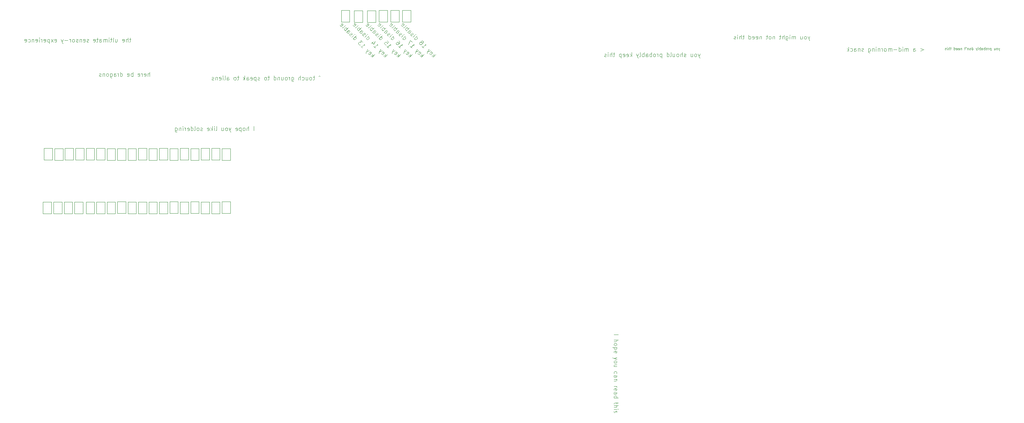
<source format=gbr>
%TF.GenerationSoftware,KiCad,Pcbnew,8.0.3-1.fc40*%
%TF.CreationDate,2024-06-20T20:24:05-04:00*%
%TF.ProjectId,sampler_split_sensor,73616d70-6c65-4725-9f73-706c69745f73,rev?*%
%TF.SameCoordinates,Original*%
%TF.FileFunction,Legend,Bot*%
%TF.FilePolarity,Positive*%
%FSLAX46Y46*%
G04 Gerber Fmt 4.6, Leading zero omitted, Abs format (unit mm)*
G04 Created by KiCad (PCBNEW 8.0.3-1.fc40) date 2024-06-20 20:24:05*
%MOMM*%
%LPD*%
G01*
G04 APERTURE LIST*
%ADD10C,0.100000*%
%ADD11C,0.120000*%
G04 APERTURE END LIST*
D10*
X47696115Y-55572419D02*
X47696115Y-54572419D01*
X47267544Y-55572419D02*
X47267544Y-55048609D01*
X47267544Y-55048609D02*
X47315163Y-54953371D01*
X47315163Y-54953371D02*
X47410401Y-54905752D01*
X47410401Y-54905752D02*
X47553258Y-54905752D01*
X47553258Y-54905752D02*
X47648496Y-54953371D01*
X47648496Y-54953371D02*
X47696115Y-55000990D01*
X46410401Y-55524800D02*
X46505639Y-55572419D01*
X46505639Y-55572419D02*
X46696115Y-55572419D01*
X46696115Y-55572419D02*
X46791353Y-55524800D01*
X46791353Y-55524800D02*
X46838972Y-55429561D01*
X46838972Y-55429561D02*
X46838972Y-55048609D01*
X46838972Y-55048609D02*
X46791353Y-54953371D01*
X46791353Y-54953371D02*
X46696115Y-54905752D01*
X46696115Y-54905752D02*
X46505639Y-54905752D01*
X46505639Y-54905752D02*
X46410401Y-54953371D01*
X46410401Y-54953371D02*
X46362782Y-55048609D01*
X46362782Y-55048609D02*
X46362782Y-55143847D01*
X46362782Y-55143847D02*
X46838972Y-55239085D01*
X45934210Y-55572419D02*
X45934210Y-54905752D01*
X45934210Y-55096228D02*
X45886591Y-55000990D01*
X45886591Y-55000990D02*
X45838972Y-54953371D01*
X45838972Y-54953371D02*
X45743734Y-54905752D01*
X45743734Y-54905752D02*
X45648496Y-54905752D01*
X44934210Y-55524800D02*
X45029448Y-55572419D01*
X45029448Y-55572419D02*
X45219924Y-55572419D01*
X45219924Y-55572419D02*
X45315162Y-55524800D01*
X45315162Y-55524800D02*
X45362781Y-55429561D01*
X45362781Y-55429561D02*
X45362781Y-55048609D01*
X45362781Y-55048609D02*
X45315162Y-54953371D01*
X45315162Y-54953371D02*
X45219924Y-54905752D01*
X45219924Y-54905752D02*
X45029448Y-54905752D01*
X45029448Y-54905752D02*
X44934210Y-54953371D01*
X44934210Y-54953371D02*
X44886591Y-55048609D01*
X44886591Y-55048609D02*
X44886591Y-55143847D01*
X44886591Y-55143847D02*
X45362781Y-55239085D01*
X43696114Y-55572419D02*
X43696114Y-54572419D01*
X43696114Y-54953371D02*
X43600876Y-54905752D01*
X43600876Y-54905752D02*
X43410400Y-54905752D01*
X43410400Y-54905752D02*
X43315162Y-54953371D01*
X43315162Y-54953371D02*
X43267543Y-55000990D01*
X43267543Y-55000990D02*
X43219924Y-55096228D01*
X43219924Y-55096228D02*
X43219924Y-55381942D01*
X43219924Y-55381942D02*
X43267543Y-55477180D01*
X43267543Y-55477180D02*
X43315162Y-55524800D01*
X43315162Y-55524800D02*
X43410400Y-55572419D01*
X43410400Y-55572419D02*
X43600876Y-55572419D01*
X43600876Y-55572419D02*
X43696114Y-55524800D01*
X42410400Y-55524800D02*
X42505638Y-55572419D01*
X42505638Y-55572419D02*
X42696114Y-55572419D01*
X42696114Y-55572419D02*
X42791352Y-55524800D01*
X42791352Y-55524800D02*
X42838971Y-55429561D01*
X42838971Y-55429561D02*
X42838971Y-55048609D01*
X42838971Y-55048609D02*
X42791352Y-54953371D01*
X42791352Y-54953371D02*
X42696114Y-54905752D01*
X42696114Y-54905752D02*
X42505638Y-54905752D01*
X42505638Y-54905752D02*
X42410400Y-54953371D01*
X42410400Y-54953371D02*
X42362781Y-55048609D01*
X42362781Y-55048609D02*
X42362781Y-55143847D01*
X42362781Y-55143847D02*
X42838971Y-55239085D01*
X40743733Y-55572419D02*
X40743733Y-54572419D01*
X40743733Y-55524800D02*
X40838971Y-55572419D01*
X40838971Y-55572419D02*
X41029447Y-55572419D01*
X41029447Y-55572419D02*
X41124685Y-55524800D01*
X41124685Y-55524800D02*
X41172304Y-55477180D01*
X41172304Y-55477180D02*
X41219923Y-55381942D01*
X41219923Y-55381942D02*
X41219923Y-55096228D01*
X41219923Y-55096228D02*
X41172304Y-55000990D01*
X41172304Y-55000990D02*
X41124685Y-54953371D01*
X41124685Y-54953371D02*
X41029447Y-54905752D01*
X41029447Y-54905752D02*
X40838971Y-54905752D01*
X40838971Y-54905752D02*
X40743733Y-54953371D01*
X40267542Y-55572419D02*
X40267542Y-54905752D01*
X40267542Y-55096228D02*
X40219923Y-55000990D01*
X40219923Y-55000990D02*
X40172304Y-54953371D01*
X40172304Y-54953371D02*
X40077066Y-54905752D01*
X40077066Y-54905752D02*
X39981828Y-54905752D01*
X39219923Y-55572419D02*
X39219923Y-55048609D01*
X39219923Y-55048609D02*
X39267542Y-54953371D01*
X39267542Y-54953371D02*
X39362780Y-54905752D01*
X39362780Y-54905752D02*
X39553256Y-54905752D01*
X39553256Y-54905752D02*
X39648494Y-54953371D01*
X39219923Y-55524800D02*
X39315161Y-55572419D01*
X39315161Y-55572419D02*
X39553256Y-55572419D01*
X39553256Y-55572419D02*
X39648494Y-55524800D01*
X39648494Y-55524800D02*
X39696113Y-55429561D01*
X39696113Y-55429561D02*
X39696113Y-55334323D01*
X39696113Y-55334323D02*
X39648494Y-55239085D01*
X39648494Y-55239085D02*
X39553256Y-55191466D01*
X39553256Y-55191466D02*
X39315161Y-55191466D01*
X39315161Y-55191466D02*
X39219923Y-55143847D01*
X38315161Y-54905752D02*
X38315161Y-55715276D01*
X38315161Y-55715276D02*
X38362780Y-55810514D01*
X38362780Y-55810514D02*
X38410399Y-55858133D01*
X38410399Y-55858133D02*
X38505637Y-55905752D01*
X38505637Y-55905752D02*
X38648494Y-55905752D01*
X38648494Y-55905752D02*
X38743732Y-55858133D01*
X38315161Y-55524800D02*
X38410399Y-55572419D01*
X38410399Y-55572419D02*
X38600875Y-55572419D01*
X38600875Y-55572419D02*
X38696113Y-55524800D01*
X38696113Y-55524800D02*
X38743732Y-55477180D01*
X38743732Y-55477180D02*
X38791351Y-55381942D01*
X38791351Y-55381942D02*
X38791351Y-55096228D01*
X38791351Y-55096228D02*
X38743732Y-55000990D01*
X38743732Y-55000990D02*
X38696113Y-54953371D01*
X38696113Y-54953371D02*
X38600875Y-54905752D01*
X38600875Y-54905752D02*
X38410399Y-54905752D01*
X38410399Y-54905752D02*
X38315161Y-54953371D01*
X37696113Y-55572419D02*
X37791351Y-55524800D01*
X37791351Y-55524800D02*
X37838970Y-55477180D01*
X37838970Y-55477180D02*
X37886589Y-55381942D01*
X37886589Y-55381942D02*
X37886589Y-55096228D01*
X37886589Y-55096228D02*
X37838970Y-55000990D01*
X37838970Y-55000990D02*
X37791351Y-54953371D01*
X37791351Y-54953371D02*
X37696113Y-54905752D01*
X37696113Y-54905752D02*
X37553256Y-54905752D01*
X37553256Y-54905752D02*
X37458018Y-54953371D01*
X37458018Y-54953371D02*
X37410399Y-55000990D01*
X37410399Y-55000990D02*
X37362780Y-55096228D01*
X37362780Y-55096228D02*
X37362780Y-55381942D01*
X37362780Y-55381942D02*
X37410399Y-55477180D01*
X37410399Y-55477180D02*
X37458018Y-55524800D01*
X37458018Y-55524800D02*
X37553256Y-55572419D01*
X37553256Y-55572419D02*
X37696113Y-55572419D01*
X36934208Y-54905752D02*
X36934208Y-55572419D01*
X36934208Y-55000990D02*
X36886589Y-54953371D01*
X36886589Y-54953371D02*
X36791351Y-54905752D01*
X36791351Y-54905752D02*
X36648494Y-54905752D01*
X36648494Y-54905752D02*
X36553256Y-54953371D01*
X36553256Y-54953371D02*
X36505637Y-55048609D01*
X36505637Y-55048609D02*
X36505637Y-55572419D01*
X36077065Y-55524800D02*
X35981827Y-55572419D01*
X35981827Y-55572419D02*
X35791351Y-55572419D01*
X35791351Y-55572419D02*
X35696113Y-55524800D01*
X35696113Y-55524800D02*
X35648494Y-55429561D01*
X35648494Y-55429561D02*
X35648494Y-55381942D01*
X35648494Y-55381942D02*
X35696113Y-55286704D01*
X35696113Y-55286704D02*
X35791351Y-55239085D01*
X35791351Y-55239085D02*
X35934208Y-55239085D01*
X35934208Y-55239085D02*
X36029446Y-55191466D01*
X36029446Y-55191466D02*
X36077065Y-55096228D01*
X36077065Y-55096228D02*
X36077065Y-55048609D01*
X36077065Y-55048609D02*
X36029446Y-54953371D01*
X36029446Y-54953371D02*
X35934208Y-54905752D01*
X35934208Y-54905752D02*
X35791351Y-54905752D01*
X35791351Y-54905752D02*
X35696113Y-54953371D01*
X88438972Y-55567657D02*
X88248496Y-55424800D01*
X88248496Y-55424800D02*
X88058020Y-55567657D01*
X87105638Y-55805752D02*
X86724686Y-55805752D01*
X86962781Y-55472419D02*
X86962781Y-56329561D01*
X86962781Y-56329561D02*
X86915162Y-56424800D01*
X86915162Y-56424800D02*
X86819924Y-56472419D01*
X86819924Y-56472419D02*
X86724686Y-56472419D01*
X86248495Y-56472419D02*
X86343733Y-56424800D01*
X86343733Y-56424800D02*
X86391352Y-56377180D01*
X86391352Y-56377180D02*
X86438971Y-56281942D01*
X86438971Y-56281942D02*
X86438971Y-55996228D01*
X86438971Y-55996228D02*
X86391352Y-55900990D01*
X86391352Y-55900990D02*
X86343733Y-55853371D01*
X86343733Y-55853371D02*
X86248495Y-55805752D01*
X86248495Y-55805752D02*
X86105638Y-55805752D01*
X86105638Y-55805752D02*
X86010400Y-55853371D01*
X86010400Y-55853371D02*
X85962781Y-55900990D01*
X85962781Y-55900990D02*
X85915162Y-55996228D01*
X85915162Y-55996228D02*
X85915162Y-56281942D01*
X85915162Y-56281942D02*
X85962781Y-56377180D01*
X85962781Y-56377180D02*
X86010400Y-56424800D01*
X86010400Y-56424800D02*
X86105638Y-56472419D01*
X86105638Y-56472419D02*
X86248495Y-56472419D01*
X85058019Y-55805752D02*
X85058019Y-56472419D01*
X85486590Y-55805752D02*
X85486590Y-56329561D01*
X85486590Y-56329561D02*
X85438971Y-56424800D01*
X85438971Y-56424800D02*
X85343733Y-56472419D01*
X85343733Y-56472419D02*
X85200876Y-56472419D01*
X85200876Y-56472419D02*
X85105638Y-56424800D01*
X85105638Y-56424800D02*
X85058019Y-56377180D01*
X84153257Y-56424800D02*
X84248495Y-56472419D01*
X84248495Y-56472419D02*
X84438971Y-56472419D01*
X84438971Y-56472419D02*
X84534209Y-56424800D01*
X84534209Y-56424800D02*
X84581828Y-56377180D01*
X84581828Y-56377180D02*
X84629447Y-56281942D01*
X84629447Y-56281942D02*
X84629447Y-55996228D01*
X84629447Y-55996228D02*
X84581828Y-55900990D01*
X84581828Y-55900990D02*
X84534209Y-55853371D01*
X84534209Y-55853371D02*
X84438971Y-55805752D01*
X84438971Y-55805752D02*
X84248495Y-55805752D01*
X84248495Y-55805752D02*
X84153257Y-55853371D01*
X83724685Y-56472419D02*
X83724685Y-55472419D01*
X83296114Y-56472419D02*
X83296114Y-55948609D01*
X83296114Y-55948609D02*
X83343733Y-55853371D01*
X83343733Y-55853371D02*
X83438971Y-55805752D01*
X83438971Y-55805752D02*
X83581828Y-55805752D01*
X83581828Y-55805752D02*
X83677066Y-55853371D01*
X83677066Y-55853371D02*
X83724685Y-55900990D01*
X81629447Y-55805752D02*
X81629447Y-56615276D01*
X81629447Y-56615276D02*
X81677066Y-56710514D01*
X81677066Y-56710514D02*
X81724685Y-56758133D01*
X81724685Y-56758133D02*
X81819923Y-56805752D01*
X81819923Y-56805752D02*
X81962780Y-56805752D01*
X81962780Y-56805752D02*
X82058018Y-56758133D01*
X81629447Y-56424800D02*
X81724685Y-56472419D01*
X81724685Y-56472419D02*
X81915161Y-56472419D01*
X81915161Y-56472419D02*
X82010399Y-56424800D01*
X82010399Y-56424800D02*
X82058018Y-56377180D01*
X82058018Y-56377180D02*
X82105637Y-56281942D01*
X82105637Y-56281942D02*
X82105637Y-55996228D01*
X82105637Y-55996228D02*
X82058018Y-55900990D01*
X82058018Y-55900990D02*
X82010399Y-55853371D01*
X82010399Y-55853371D02*
X81915161Y-55805752D01*
X81915161Y-55805752D02*
X81724685Y-55805752D01*
X81724685Y-55805752D02*
X81629447Y-55853371D01*
X81153256Y-56472419D02*
X81153256Y-55805752D01*
X81153256Y-55996228D02*
X81105637Y-55900990D01*
X81105637Y-55900990D02*
X81058018Y-55853371D01*
X81058018Y-55853371D02*
X80962780Y-55805752D01*
X80962780Y-55805752D02*
X80867542Y-55805752D01*
X80391351Y-56472419D02*
X80486589Y-56424800D01*
X80486589Y-56424800D02*
X80534208Y-56377180D01*
X80534208Y-56377180D02*
X80581827Y-56281942D01*
X80581827Y-56281942D02*
X80581827Y-55996228D01*
X80581827Y-55996228D02*
X80534208Y-55900990D01*
X80534208Y-55900990D02*
X80486589Y-55853371D01*
X80486589Y-55853371D02*
X80391351Y-55805752D01*
X80391351Y-55805752D02*
X80248494Y-55805752D01*
X80248494Y-55805752D02*
X80153256Y-55853371D01*
X80153256Y-55853371D02*
X80105637Y-55900990D01*
X80105637Y-55900990D02*
X80058018Y-55996228D01*
X80058018Y-55996228D02*
X80058018Y-56281942D01*
X80058018Y-56281942D02*
X80105637Y-56377180D01*
X80105637Y-56377180D02*
X80153256Y-56424800D01*
X80153256Y-56424800D02*
X80248494Y-56472419D01*
X80248494Y-56472419D02*
X80391351Y-56472419D01*
X79200875Y-55805752D02*
X79200875Y-56472419D01*
X79629446Y-55805752D02*
X79629446Y-56329561D01*
X79629446Y-56329561D02*
X79581827Y-56424800D01*
X79581827Y-56424800D02*
X79486589Y-56472419D01*
X79486589Y-56472419D02*
X79343732Y-56472419D01*
X79343732Y-56472419D02*
X79248494Y-56424800D01*
X79248494Y-56424800D02*
X79200875Y-56377180D01*
X78724684Y-55805752D02*
X78724684Y-56472419D01*
X78724684Y-55900990D02*
X78677065Y-55853371D01*
X78677065Y-55853371D02*
X78581827Y-55805752D01*
X78581827Y-55805752D02*
X78438970Y-55805752D01*
X78438970Y-55805752D02*
X78343732Y-55853371D01*
X78343732Y-55853371D02*
X78296113Y-55948609D01*
X78296113Y-55948609D02*
X78296113Y-56472419D01*
X77391351Y-56472419D02*
X77391351Y-55472419D01*
X77391351Y-56424800D02*
X77486589Y-56472419D01*
X77486589Y-56472419D02*
X77677065Y-56472419D01*
X77677065Y-56472419D02*
X77772303Y-56424800D01*
X77772303Y-56424800D02*
X77819922Y-56377180D01*
X77819922Y-56377180D02*
X77867541Y-56281942D01*
X77867541Y-56281942D02*
X77867541Y-55996228D01*
X77867541Y-55996228D02*
X77819922Y-55900990D01*
X77819922Y-55900990D02*
X77772303Y-55853371D01*
X77772303Y-55853371D02*
X77677065Y-55805752D01*
X77677065Y-55805752D02*
X77486589Y-55805752D01*
X77486589Y-55805752D02*
X77391351Y-55853371D01*
X76296112Y-55805752D02*
X75915160Y-55805752D01*
X76153255Y-55472419D02*
X76153255Y-56329561D01*
X76153255Y-56329561D02*
X76105636Y-56424800D01*
X76105636Y-56424800D02*
X76010398Y-56472419D01*
X76010398Y-56472419D02*
X75915160Y-56472419D01*
X75438969Y-56472419D02*
X75534207Y-56424800D01*
X75534207Y-56424800D02*
X75581826Y-56377180D01*
X75581826Y-56377180D02*
X75629445Y-56281942D01*
X75629445Y-56281942D02*
X75629445Y-55996228D01*
X75629445Y-55996228D02*
X75581826Y-55900990D01*
X75581826Y-55900990D02*
X75534207Y-55853371D01*
X75534207Y-55853371D02*
X75438969Y-55805752D01*
X75438969Y-55805752D02*
X75296112Y-55805752D01*
X75296112Y-55805752D02*
X75200874Y-55853371D01*
X75200874Y-55853371D02*
X75153255Y-55900990D01*
X75153255Y-55900990D02*
X75105636Y-55996228D01*
X75105636Y-55996228D02*
X75105636Y-56281942D01*
X75105636Y-56281942D02*
X75153255Y-56377180D01*
X75153255Y-56377180D02*
X75200874Y-56424800D01*
X75200874Y-56424800D02*
X75296112Y-56472419D01*
X75296112Y-56472419D02*
X75438969Y-56472419D01*
X73962778Y-56424800D02*
X73867540Y-56472419D01*
X73867540Y-56472419D02*
X73677064Y-56472419D01*
X73677064Y-56472419D02*
X73581826Y-56424800D01*
X73581826Y-56424800D02*
X73534207Y-56329561D01*
X73534207Y-56329561D02*
X73534207Y-56281942D01*
X73534207Y-56281942D02*
X73581826Y-56186704D01*
X73581826Y-56186704D02*
X73677064Y-56139085D01*
X73677064Y-56139085D02*
X73819921Y-56139085D01*
X73819921Y-56139085D02*
X73915159Y-56091466D01*
X73915159Y-56091466D02*
X73962778Y-55996228D01*
X73962778Y-55996228D02*
X73962778Y-55948609D01*
X73962778Y-55948609D02*
X73915159Y-55853371D01*
X73915159Y-55853371D02*
X73819921Y-55805752D01*
X73819921Y-55805752D02*
X73677064Y-55805752D01*
X73677064Y-55805752D02*
X73581826Y-55853371D01*
X73105635Y-55805752D02*
X73105635Y-56805752D01*
X73105635Y-55853371D02*
X73010397Y-55805752D01*
X73010397Y-55805752D02*
X72819921Y-55805752D01*
X72819921Y-55805752D02*
X72724683Y-55853371D01*
X72724683Y-55853371D02*
X72677064Y-55900990D01*
X72677064Y-55900990D02*
X72629445Y-55996228D01*
X72629445Y-55996228D02*
X72629445Y-56281942D01*
X72629445Y-56281942D02*
X72677064Y-56377180D01*
X72677064Y-56377180D02*
X72724683Y-56424800D01*
X72724683Y-56424800D02*
X72819921Y-56472419D01*
X72819921Y-56472419D02*
X73010397Y-56472419D01*
X73010397Y-56472419D02*
X73105635Y-56424800D01*
X71819921Y-56424800D02*
X71915159Y-56472419D01*
X71915159Y-56472419D02*
X72105635Y-56472419D01*
X72105635Y-56472419D02*
X72200873Y-56424800D01*
X72200873Y-56424800D02*
X72248492Y-56329561D01*
X72248492Y-56329561D02*
X72248492Y-55948609D01*
X72248492Y-55948609D02*
X72200873Y-55853371D01*
X72200873Y-55853371D02*
X72105635Y-55805752D01*
X72105635Y-55805752D02*
X71915159Y-55805752D01*
X71915159Y-55805752D02*
X71819921Y-55853371D01*
X71819921Y-55853371D02*
X71772302Y-55948609D01*
X71772302Y-55948609D02*
X71772302Y-56043847D01*
X71772302Y-56043847D02*
X72248492Y-56139085D01*
X70915159Y-56472419D02*
X70915159Y-55948609D01*
X70915159Y-55948609D02*
X70962778Y-55853371D01*
X70962778Y-55853371D02*
X71058016Y-55805752D01*
X71058016Y-55805752D02*
X71248492Y-55805752D01*
X71248492Y-55805752D02*
X71343730Y-55853371D01*
X70915159Y-56424800D02*
X71010397Y-56472419D01*
X71010397Y-56472419D02*
X71248492Y-56472419D01*
X71248492Y-56472419D02*
X71343730Y-56424800D01*
X71343730Y-56424800D02*
X71391349Y-56329561D01*
X71391349Y-56329561D02*
X71391349Y-56234323D01*
X71391349Y-56234323D02*
X71343730Y-56139085D01*
X71343730Y-56139085D02*
X71248492Y-56091466D01*
X71248492Y-56091466D02*
X71010397Y-56091466D01*
X71010397Y-56091466D02*
X70915159Y-56043847D01*
X70438968Y-56472419D02*
X70438968Y-55472419D01*
X70343730Y-56091466D02*
X70058016Y-56472419D01*
X70058016Y-55805752D02*
X70438968Y-56186704D01*
X69010396Y-55805752D02*
X68629444Y-55805752D01*
X68867539Y-55472419D02*
X68867539Y-56329561D01*
X68867539Y-56329561D02*
X68819920Y-56424800D01*
X68819920Y-56424800D02*
X68724682Y-56472419D01*
X68724682Y-56472419D02*
X68629444Y-56472419D01*
X68153253Y-56472419D02*
X68248491Y-56424800D01*
X68248491Y-56424800D02*
X68296110Y-56377180D01*
X68296110Y-56377180D02*
X68343729Y-56281942D01*
X68343729Y-56281942D02*
X68343729Y-55996228D01*
X68343729Y-55996228D02*
X68296110Y-55900990D01*
X68296110Y-55900990D02*
X68248491Y-55853371D01*
X68248491Y-55853371D02*
X68153253Y-55805752D01*
X68153253Y-55805752D02*
X68010396Y-55805752D01*
X68010396Y-55805752D02*
X67915158Y-55853371D01*
X67915158Y-55853371D02*
X67867539Y-55900990D01*
X67867539Y-55900990D02*
X67819920Y-55996228D01*
X67819920Y-55996228D02*
X67819920Y-56281942D01*
X67819920Y-56281942D02*
X67867539Y-56377180D01*
X67867539Y-56377180D02*
X67915158Y-56424800D01*
X67915158Y-56424800D02*
X68010396Y-56472419D01*
X68010396Y-56472419D02*
X68153253Y-56472419D01*
X66200872Y-56472419D02*
X66200872Y-55948609D01*
X66200872Y-55948609D02*
X66248491Y-55853371D01*
X66248491Y-55853371D02*
X66343729Y-55805752D01*
X66343729Y-55805752D02*
X66534205Y-55805752D01*
X66534205Y-55805752D02*
X66629443Y-55853371D01*
X66200872Y-56424800D02*
X66296110Y-56472419D01*
X66296110Y-56472419D02*
X66534205Y-56472419D01*
X66534205Y-56472419D02*
X66629443Y-56424800D01*
X66629443Y-56424800D02*
X66677062Y-56329561D01*
X66677062Y-56329561D02*
X66677062Y-56234323D01*
X66677062Y-56234323D02*
X66629443Y-56139085D01*
X66629443Y-56139085D02*
X66534205Y-56091466D01*
X66534205Y-56091466D02*
X66296110Y-56091466D01*
X66296110Y-56091466D02*
X66200872Y-56043847D01*
X65581824Y-56472419D02*
X65677062Y-56424800D01*
X65677062Y-56424800D02*
X65724681Y-56329561D01*
X65724681Y-56329561D02*
X65724681Y-55472419D01*
X65200871Y-56472419D02*
X65200871Y-55805752D01*
X65200871Y-55472419D02*
X65248490Y-55520038D01*
X65248490Y-55520038D02*
X65200871Y-55567657D01*
X65200871Y-55567657D02*
X65153252Y-55520038D01*
X65153252Y-55520038D02*
X65200871Y-55472419D01*
X65200871Y-55472419D02*
X65200871Y-55567657D01*
X64343729Y-56424800D02*
X64438967Y-56472419D01*
X64438967Y-56472419D02*
X64629443Y-56472419D01*
X64629443Y-56472419D02*
X64724681Y-56424800D01*
X64724681Y-56424800D02*
X64772300Y-56329561D01*
X64772300Y-56329561D02*
X64772300Y-55948609D01*
X64772300Y-55948609D02*
X64724681Y-55853371D01*
X64724681Y-55853371D02*
X64629443Y-55805752D01*
X64629443Y-55805752D02*
X64438967Y-55805752D01*
X64438967Y-55805752D02*
X64343729Y-55853371D01*
X64343729Y-55853371D02*
X64296110Y-55948609D01*
X64296110Y-55948609D02*
X64296110Y-56043847D01*
X64296110Y-56043847D02*
X64772300Y-56139085D01*
X63867538Y-55805752D02*
X63867538Y-56472419D01*
X63867538Y-55900990D02*
X63819919Y-55853371D01*
X63819919Y-55853371D02*
X63724681Y-55805752D01*
X63724681Y-55805752D02*
X63581824Y-55805752D01*
X63581824Y-55805752D02*
X63486586Y-55853371D01*
X63486586Y-55853371D02*
X63438967Y-55948609D01*
X63438967Y-55948609D02*
X63438967Y-56472419D01*
X63010395Y-56424800D02*
X62915157Y-56472419D01*
X62915157Y-56472419D02*
X62724681Y-56472419D01*
X62724681Y-56472419D02*
X62629443Y-56424800D01*
X62629443Y-56424800D02*
X62581824Y-56329561D01*
X62581824Y-56329561D02*
X62581824Y-56281942D01*
X62581824Y-56281942D02*
X62629443Y-56186704D01*
X62629443Y-56186704D02*
X62724681Y-56139085D01*
X62724681Y-56139085D02*
X62867538Y-56139085D01*
X62867538Y-56139085D02*
X62962776Y-56091466D01*
X62962776Y-56091466D02*
X63010395Y-55996228D01*
X63010395Y-55996228D02*
X63010395Y-55948609D01*
X63010395Y-55948609D02*
X62962776Y-55853371D01*
X62962776Y-55853371D02*
X62867538Y-55805752D01*
X62867538Y-55805752D02*
X62724681Y-55805752D01*
X62724681Y-55805752D02*
X62629443Y-55853371D01*
X72596115Y-68572419D02*
X72596115Y-67572419D01*
X71358020Y-68572419D02*
X71358020Y-67572419D01*
X70929449Y-68572419D02*
X70929449Y-68048609D01*
X70929449Y-68048609D02*
X70977068Y-67953371D01*
X70977068Y-67953371D02*
X71072306Y-67905752D01*
X71072306Y-67905752D02*
X71215163Y-67905752D01*
X71215163Y-67905752D02*
X71310401Y-67953371D01*
X71310401Y-67953371D02*
X71358020Y-68000990D01*
X70310401Y-68572419D02*
X70405639Y-68524800D01*
X70405639Y-68524800D02*
X70453258Y-68477180D01*
X70453258Y-68477180D02*
X70500877Y-68381942D01*
X70500877Y-68381942D02*
X70500877Y-68096228D01*
X70500877Y-68096228D02*
X70453258Y-68000990D01*
X70453258Y-68000990D02*
X70405639Y-67953371D01*
X70405639Y-67953371D02*
X70310401Y-67905752D01*
X70310401Y-67905752D02*
X70167544Y-67905752D01*
X70167544Y-67905752D02*
X70072306Y-67953371D01*
X70072306Y-67953371D02*
X70024687Y-68000990D01*
X70024687Y-68000990D02*
X69977068Y-68096228D01*
X69977068Y-68096228D02*
X69977068Y-68381942D01*
X69977068Y-68381942D02*
X70024687Y-68477180D01*
X70024687Y-68477180D02*
X70072306Y-68524800D01*
X70072306Y-68524800D02*
X70167544Y-68572419D01*
X70167544Y-68572419D02*
X70310401Y-68572419D01*
X69548496Y-67905752D02*
X69548496Y-68905752D01*
X69548496Y-67953371D02*
X69453258Y-67905752D01*
X69453258Y-67905752D02*
X69262782Y-67905752D01*
X69262782Y-67905752D02*
X69167544Y-67953371D01*
X69167544Y-67953371D02*
X69119925Y-68000990D01*
X69119925Y-68000990D02*
X69072306Y-68096228D01*
X69072306Y-68096228D02*
X69072306Y-68381942D01*
X69072306Y-68381942D02*
X69119925Y-68477180D01*
X69119925Y-68477180D02*
X69167544Y-68524800D01*
X69167544Y-68524800D02*
X69262782Y-68572419D01*
X69262782Y-68572419D02*
X69453258Y-68572419D01*
X69453258Y-68572419D02*
X69548496Y-68524800D01*
X68262782Y-68524800D02*
X68358020Y-68572419D01*
X68358020Y-68572419D02*
X68548496Y-68572419D01*
X68548496Y-68572419D02*
X68643734Y-68524800D01*
X68643734Y-68524800D02*
X68691353Y-68429561D01*
X68691353Y-68429561D02*
X68691353Y-68048609D01*
X68691353Y-68048609D02*
X68643734Y-67953371D01*
X68643734Y-67953371D02*
X68548496Y-67905752D01*
X68548496Y-67905752D02*
X68358020Y-67905752D01*
X68358020Y-67905752D02*
X68262782Y-67953371D01*
X68262782Y-67953371D02*
X68215163Y-68048609D01*
X68215163Y-68048609D02*
X68215163Y-68143847D01*
X68215163Y-68143847D02*
X68691353Y-68239085D01*
X67119924Y-67905752D02*
X66881829Y-68572419D01*
X66643734Y-67905752D02*
X66881829Y-68572419D01*
X66881829Y-68572419D02*
X66977067Y-68810514D01*
X66977067Y-68810514D02*
X67024686Y-68858133D01*
X67024686Y-68858133D02*
X67119924Y-68905752D01*
X66119924Y-68572419D02*
X66215162Y-68524800D01*
X66215162Y-68524800D02*
X66262781Y-68477180D01*
X66262781Y-68477180D02*
X66310400Y-68381942D01*
X66310400Y-68381942D02*
X66310400Y-68096228D01*
X66310400Y-68096228D02*
X66262781Y-68000990D01*
X66262781Y-68000990D02*
X66215162Y-67953371D01*
X66215162Y-67953371D02*
X66119924Y-67905752D01*
X66119924Y-67905752D02*
X65977067Y-67905752D01*
X65977067Y-67905752D02*
X65881829Y-67953371D01*
X65881829Y-67953371D02*
X65834210Y-68000990D01*
X65834210Y-68000990D02*
X65786591Y-68096228D01*
X65786591Y-68096228D02*
X65786591Y-68381942D01*
X65786591Y-68381942D02*
X65834210Y-68477180D01*
X65834210Y-68477180D02*
X65881829Y-68524800D01*
X65881829Y-68524800D02*
X65977067Y-68572419D01*
X65977067Y-68572419D02*
X66119924Y-68572419D01*
X64929448Y-67905752D02*
X64929448Y-68572419D01*
X65358019Y-67905752D02*
X65358019Y-68429561D01*
X65358019Y-68429561D02*
X65310400Y-68524800D01*
X65310400Y-68524800D02*
X65215162Y-68572419D01*
X65215162Y-68572419D02*
X65072305Y-68572419D01*
X65072305Y-68572419D02*
X64977067Y-68524800D01*
X64977067Y-68524800D02*
X64929448Y-68477180D01*
X63548495Y-68572419D02*
X63643733Y-68524800D01*
X63643733Y-68524800D02*
X63691352Y-68429561D01*
X63691352Y-68429561D02*
X63691352Y-67572419D01*
X63167542Y-68572419D02*
X63167542Y-67905752D01*
X63167542Y-67572419D02*
X63215161Y-67620038D01*
X63215161Y-67620038D02*
X63167542Y-67667657D01*
X63167542Y-67667657D02*
X63119923Y-67620038D01*
X63119923Y-67620038D02*
X63167542Y-67572419D01*
X63167542Y-67572419D02*
X63167542Y-67667657D01*
X62691352Y-68572419D02*
X62691352Y-67572419D01*
X62596114Y-68191466D02*
X62310400Y-68572419D01*
X62310400Y-67905752D02*
X62691352Y-68286704D01*
X61500876Y-68524800D02*
X61596114Y-68572419D01*
X61596114Y-68572419D02*
X61786590Y-68572419D01*
X61786590Y-68572419D02*
X61881828Y-68524800D01*
X61881828Y-68524800D02*
X61929447Y-68429561D01*
X61929447Y-68429561D02*
X61929447Y-68048609D01*
X61929447Y-68048609D02*
X61881828Y-67953371D01*
X61881828Y-67953371D02*
X61786590Y-67905752D01*
X61786590Y-67905752D02*
X61596114Y-67905752D01*
X61596114Y-67905752D02*
X61500876Y-67953371D01*
X61500876Y-67953371D02*
X61453257Y-68048609D01*
X61453257Y-68048609D02*
X61453257Y-68143847D01*
X61453257Y-68143847D02*
X61929447Y-68239085D01*
X60310399Y-68524800D02*
X60215161Y-68572419D01*
X60215161Y-68572419D02*
X60024685Y-68572419D01*
X60024685Y-68572419D02*
X59929447Y-68524800D01*
X59929447Y-68524800D02*
X59881828Y-68429561D01*
X59881828Y-68429561D02*
X59881828Y-68381942D01*
X59881828Y-68381942D02*
X59929447Y-68286704D01*
X59929447Y-68286704D02*
X60024685Y-68239085D01*
X60024685Y-68239085D02*
X60167542Y-68239085D01*
X60167542Y-68239085D02*
X60262780Y-68191466D01*
X60262780Y-68191466D02*
X60310399Y-68096228D01*
X60310399Y-68096228D02*
X60310399Y-68048609D01*
X60310399Y-68048609D02*
X60262780Y-67953371D01*
X60262780Y-67953371D02*
X60167542Y-67905752D01*
X60167542Y-67905752D02*
X60024685Y-67905752D01*
X60024685Y-67905752D02*
X59929447Y-67953371D01*
X59310399Y-68572419D02*
X59405637Y-68524800D01*
X59405637Y-68524800D02*
X59453256Y-68477180D01*
X59453256Y-68477180D02*
X59500875Y-68381942D01*
X59500875Y-68381942D02*
X59500875Y-68096228D01*
X59500875Y-68096228D02*
X59453256Y-68000990D01*
X59453256Y-68000990D02*
X59405637Y-67953371D01*
X59405637Y-67953371D02*
X59310399Y-67905752D01*
X59310399Y-67905752D02*
X59167542Y-67905752D01*
X59167542Y-67905752D02*
X59072304Y-67953371D01*
X59072304Y-67953371D02*
X59024685Y-68000990D01*
X59024685Y-68000990D02*
X58977066Y-68096228D01*
X58977066Y-68096228D02*
X58977066Y-68381942D01*
X58977066Y-68381942D02*
X59024685Y-68477180D01*
X59024685Y-68477180D02*
X59072304Y-68524800D01*
X59072304Y-68524800D02*
X59167542Y-68572419D01*
X59167542Y-68572419D02*
X59310399Y-68572419D01*
X58405637Y-68572419D02*
X58500875Y-68524800D01*
X58500875Y-68524800D02*
X58548494Y-68429561D01*
X58548494Y-68429561D02*
X58548494Y-67572419D01*
X57596113Y-68572419D02*
X57596113Y-67572419D01*
X57596113Y-68524800D02*
X57691351Y-68572419D01*
X57691351Y-68572419D02*
X57881827Y-68572419D01*
X57881827Y-68572419D02*
X57977065Y-68524800D01*
X57977065Y-68524800D02*
X58024684Y-68477180D01*
X58024684Y-68477180D02*
X58072303Y-68381942D01*
X58072303Y-68381942D02*
X58072303Y-68096228D01*
X58072303Y-68096228D02*
X58024684Y-68000990D01*
X58024684Y-68000990D02*
X57977065Y-67953371D01*
X57977065Y-67953371D02*
X57881827Y-67905752D01*
X57881827Y-67905752D02*
X57691351Y-67905752D01*
X57691351Y-67905752D02*
X57596113Y-67953371D01*
X56738970Y-68524800D02*
X56834208Y-68572419D01*
X56834208Y-68572419D02*
X57024684Y-68572419D01*
X57024684Y-68572419D02*
X57119922Y-68524800D01*
X57119922Y-68524800D02*
X57167541Y-68429561D01*
X57167541Y-68429561D02*
X57167541Y-68048609D01*
X57167541Y-68048609D02*
X57119922Y-67953371D01*
X57119922Y-67953371D02*
X57024684Y-67905752D01*
X57024684Y-67905752D02*
X56834208Y-67905752D01*
X56834208Y-67905752D02*
X56738970Y-67953371D01*
X56738970Y-67953371D02*
X56691351Y-68048609D01*
X56691351Y-68048609D02*
X56691351Y-68143847D01*
X56691351Y-68143847D02*
X57167541Y-68239085D01*
X56262779Y-68572419D02*
X56262779Y-67905752D01*
X56262779Y-68096228D02*
X56215160Y-68000990D01*
X56215160Y-68000990D02*
X56167541Y-67953371D01*
X56167541Y-67953371D02*
X56072303Y-67905752D01*
X56072303Y-67905752D02*
X55977065Y-67905752D01*
X55643731Y-68572419D02*
X55643731Y-67905752D01*
X55643731Y-67572419D02*
X55691350Y-67620038D01*
X55691350Y-67620038D02*
X55643731Y-67667657D01*
X55643731Y-67667657D02*
X55596112Y-67620038D01*
X55596112Y-67620038D02*
X55643731Y-67572419D01*
X55643731Y-67572419D02*
X55643731Y-67667657D01*
X55167541Y-67905752D02*
X55167541Y-68572419D01*
X55167541Y-68000990D02*
X55119922Y-67953371D01*
X55119922Y-67953371D02*
X55024684Y-67905752D01*
X55024684Y-67905752D02*
X54881827Y-67905752D01*
X54881827Y-67905752D02*
X54786589Y-67953371D01*
X54786589Y-67953371D02*
X54738970Y-68048609D01*
X54738970Y-68048609D02*
X54738970Y-68572419D01*
X53834208Y-67905752D02*
X53834208Y-68715276D01*
X53834208Y-68715276D02*
X53881827Y-68810514D01*
X53881827Y-68810514D02*
X53929446Y-68858133D01*
X53929446Y-68858133D02*
X54024684Y-68905752D01*
X54024684Y-68905752D02*
X54167541Y-68905752D01*
X54167541Y-68905752D02*
X54262779Y-68858133D01*
X53834208Y-68524800D02*
X53929446Y-68572419D01*
X53929446Y-68572419D02*
X54119922Y-68572419D01*
X54119922Y-68572419D02*
X54215160Y-68524800D01*
X54215160Y-68524800D02*
X54262779Y-68477180D01*
X54262779Y-68477180D02*
X54310398Y-68381942D01*
X54310398Y-68381942D02*
X54310398Y-68096228D01*
X54310398Y-68096228D02*
X54262779Y-68000990D01*
X54262779Y-68000990D02*
X54215160Y-67953371D01*
X54215160Y-67953371D02*
X54119922Y-67905752D01*
X54119922Y-67905752D02*
X53929446Y-67905752D01*
X53929446Y-67905752D02*
X53834208Y-67953371D01*
X179191353Y-50205752D02*
X178953258Y-50872419D01*
X178715163Y-50205752D02*
X178953258Y-50872419D01*
X178953258Y-50872419D02*
X179048496Y-51110514D01*
X179048496Y-51110514D02*
X179096115Y-51158133D01*
X179096115Y-51158133D02*
X179191353Y-51205752D01*
X178191353Y-50872419D02*
X178286591Y-50824800D01*
X178286591Y-50824800D02*
X178334210Y-50777180D01*
X178334210Y-50777180D02*
X178381829Y-50681942D01*
X178381829Y-50681942D02*
X178381829Y-50396228D01*
X178381829Y-50396228D02*
X178334210Y-50300990D01*
X178334210Y-50300990D02*
X178286591Y-50253371D01*
X178286591Y-50253371D02*
X178191353Y-50205752D01*
X178191353Y-50205752D02*
X178048496Y-50205752D01*
X178048496Y-50205752D02*
X177953258Y-50253371D01*
X177953258Y-50253371D02*
X177905639Y-50300990D01*
X177905639Y-50300990D02*
X177858020Y-50396228D01*
X177858020Y-50396228D02*
X177858020Y-50681942D01*
X177858020Y-50681942D02*
X177905639Y-50777180D01*
X177905639Y-50777180D02*
X177953258Y-50824800D01*
X177953258Y-50824800D02*
X178048496Y-50872419D01*
X178048496Y-50872419D02*
X178191353Y-50872419D01*
X177000877Y-50205752D02*
X177000877Y-50872419D01*
X177429448Y-50205752D02*
X177429448Y-50729561D01*
X177429448Y-50729561D02*
X177381829Y-50824800D01*
X177381829Y-50824800D02*
X177286591Y-50872419D01*
X177286591Y-50872419D02*
X177143734Y-50872419D01*
X177143734Y-50872419D02*
X177048496Y-50824800D01*
X177048496Y-50824800D02*
X177000877Y-50777180D01*
X175810400Y-50824800D02*
X175715162Y-50872419D01*
X175715162Y-50872419D02*
X175524686Y-50872419D01*
X175524686Y-50872419D02*
X175429448Y-50824800D01*
X175429448Y-50824800D02*
X175381829Y-50729561D01*
X175381829Y-50729561D02*
X175381829Y-50681942D01*
X175381829Y-50681942D02*
X175429448Y-50586704D01*
X175429448Y-50586704D02*
X175524686Y-50539085D01*
X175524686Y-50539085D02*
X175667543Y-50539085D01*
X175667543Y-50539085D02*
X175762781Y-50491466D01*
X175762781Y-50491466D02*
X175810400Y-50396228D01*
X175810400Y-50396228D02*
X175810400Y-50348609D01*
X175810400Y-50348609D02*
X175762781Y-50253371D01*
X175762781Y-50253371D02*
X175667543Y-50205752D01*
X175667543Y-50205752D02*
X175524686Y-50205752D01*
X175524686Y-50205752D02*
X175429448Y-50253371D01*
X174953257Y-50872419D02*
X174953257Y-49872419D01*
X174524686Y-50872419D02*
X174524686Y-50348609D01*
X174524686Y-50348609D02*
X174572305Y-50253371D01*
X174572305Y-50253371D02*
X174667543Y-50205752D01*
X174667543Y-50205752D02*
X174810400Y-50205752D01*
X174810400Y-50205752D02*
X174905638Y-50253371D01*
X174905638Y-50253371D02*
X174953257Y-50300990D01*
X173905638Y-50872419D02*
X174000876Y-50824800D01*
X174000876Y-50824800D02*
X174048495Y-50777180D01*
X174048495Y-50777180D02*
X174096114Y-50681942D01*
X174096114Y-50681942D02*
X174096114Y-50396228D01*
X174096114Y-50396228D02*
X174048495Y-50300990D01*
X174048495Y-50300990D02*
X174000876Y-50253371D01*
X174000876Y-50253371D02*
X173905638Y-50205752D01*
X173905638Y-50205752D02*
X173762781Y-50205752D01*
X173762781Y-50205752D02*
X173667543Y-50253371D01*
X173667543Y-50253371D02*
X173619924Y-50300990D01*
X173619924Y-50300990D02*
X173572305Y-50396228D01*
X173572305Y-50396228D02*
X173572305Y-50681942D01*
X173572305Y-50681942D02*
X173619924Y-50777180D01*
X173619924Y-50777180D02*
X173667543Y-50824800D01*
X173667543Y-50824800D02*
X173762781Y-50872419D01*
X173762781Y-50872419D02*
X173905638Y-50872419D01*
X172715162Y-50205752D02*
X172715162Y-50872419D01*
X173143733Y-50205752D02*
X173143733Y-50729561D01*
X173143733Y-50729561D02*
X173096114Y-50824800D01*
X173096114Y-50824800D02*
X173000876Y-50872419D01*
X173000876Y-50872419D02*
X172858019Y-50872419D01*
X172858019Y-50872419D02*
X172762781Y-50824800D01*
X172762781Y-50824800D02*
X172715162Y-50777180D01*
X172096114Y-50872419D02*
X172191352Y-50824800D01*
X172191352Y-50824800D02*
X172238971Y-50729561D01*
X172238971Y-50729561D02*
X172238971Y-49872419D01*
X171286590Y-50872419D02*
X171286590Y-49872419D01*
X171286590Y-50824800D02*
X171381828Y-50872419D01*
X171381828Y-50872419D02*
X171572304Y-50872419D01*
X171572304Y-50872419D02*
X171667542Y-50824800D01*
X171667542Y-50824800D02*
X171715161Y-50777180D01*
X171715161Y-50777180D02*
X171762780Y-50681942D01*
X171762780Y-50681942D02*
X171762780Y-50396228D01*
X171762780Y-50396228D02*
X171715161Y-50300990D01*
X171715161Y-50300990D02*
X171667542Y-50253371D01*
X171667542Y-50253371D02*
X171572304Y-50205752D01*
X171572304Y-50205752D02*
X171381828Y-50205752D01*
X171381828Y-50205752D02*
X171286590Y-50253371D01*
X170048494Y-50205752D02*
X170048494Y-51205752D01*
X170048494Y-50253371D02*
X169953256Y-50205752D01*
X169953256Y-50205752D02*
X169762780Y-50205752D01*
X169762780Y-50205752D02*
X169667542Y-50253371D01*
X169667542Y-50253371D02*
X169619923Y-50300990D01*
X169619923Y-50300990D02*
X169572304Y-50396228D01*
X169572304Y-50396228D02*
X169572304Y-50681942D01*
X169572304Y-50681942D02*
X169619923Y-50777180D01*
X169619923Y-50777180D02*
X169667542Y-50824800D01*
X169667542Y-50824800D02*
X169762780Y-50872419D01*
X169762780Y-50872419D02*
X169953256Y-50872419D01*
X169953256Y-50872419D02*
X170048494Y-50824800D01*
X169143732Y-50872419D02*
X169143732Y-50205752D01*
X169143732Y-50396228D02*
X169096113Y-50300990D01*
X169096113Y-50300990D02*
X169048494Y-50253371D01*
X169048494Y-50253371D02*
X168953256Y-50205752D01*
X168953256Y-50205752D02*
X168858018Y-50205752D01*
X168381827Y-50872419D02*
X168477065Y-50824800D01*
X168477065Y-50824800D02*
X168524684Y-50777180D01*
X168524684Y-50777180D02*
X168572303Y-50681942D01*
X168572303Y-50681942D02*
X168572303Y-50396228D01*
X168572303Y-50396228D02*
X168524684Y-50300990D01*
X168524684Y-50300990D02*
X168477065Y-50253371D01*
X168477065Y-50253371D02*
X168381827Y-50205752D01*
X168381827Y-50205752D02*
X168238970Y-50205752D01*
X168238970Y-50205752D02*
X168143732Y-50253371D01*
X168143732Y-50253371D02*
X168096113Y-50300990D01*
X168096113Y-50300990D02*
X168048494Y-50396228D01*
X168048494Y-50396228D02*
X168048494Y-50681942D01*
X168048494Y-50681942D02*
X168096113Y-50777180D01*
X168096113Y-50777180D02*
X168143732Y-50824800D01*
X168143732Y-50824800D02*
X168238970Y-50872419D01*
X168238970Y-50872419D02*
X168381827Y-50872419D01*
X167619922Y-50872419D02*
X167619922Y-49872419D01*
X167619922Y-50253371D02*
X167524684Y-50205752D01*
X167524684Y-50205752D02*
X167334208Y-50205752D01*
X167334208Y-50205752D02*
X167238970Y-50253371D01*
X167238970Y-50253371D02*
X167191351Y-50300990D01*
X167191351Y-50300990D02*
X167143732Y-50396228D01*
X167143732Y-50396228D02*
X167143732Y-50681942D01*
X167143732Y-50681942D02*
X167191351Y-50777180D01*
X167191351Y-50777180D02*
X167238970Y-50824800D01*
X167238970Y-50824800D02*
X167334208Y-50872419D01*
X167334208Y-50872419D02*
X167524684Y-50872419D01*
X167524684Y-50872419D02*
X167619922Y-50824800D01*
X166286589Y-50872419D02*
X166286589Y-50348609D01*
X166286589Y-50348609D02*
X166334208Y-50253371D01*
X166334208Y-50253371D02*
X166429446Y-50205752D01*
X166429446Y-50205752D02*
X166619922Y-50205752D01*
X166619922Y-50205752D02*
X166715160Y-50253371D01*
X166286589Y-50824800D02*
X166381827Y-50872419D01*
X166381827Y-50872419D02*
X166619922Y-50872419D01*
X166619922Y-50872419D02*
X166715160Y-50824800D01*
X166715160Y-50824800D02*
X166762779Y-50729561D01*
X166762779Y-50729561D02*
X166762779Y-50634323D01*
X166762779Y-50634323D02*
X166715160Y-50539085D01*
X166715160Y-50539085D02*
X166619922Y-50491466D01*
X166619922Y-50491466D02*
X166381827Y-50491466D01*
X166381827Y-50491466D02*
X166286589Y-50443847D01*
X165810398Y-50872419D02*
X165810398Y-49872419D01*
X165810398Y-50253371D02*
X165715160Y-50205752D01*
X165715160Y-50205752D02*
X165524684Y-50205752D01*
X165524684Y-50205752D02*
X165429446Y-50253371D01*
X165429446Y-50253371D02*
X165381827Y-50300990D01*
X165381827Y-50300990D02*
X165334208Y-50396228D01*
X165334208Y-50396228D02*
X165334208Y-50681942D01*
X165334208Y-50681942D02*
X165381827Y-50777180D01*
X165381827Y-50777180D02*
X165429446Y-50824800D01*
X165429446Y-50824800D02*
X165524684Y-50872419D01*
X165524684Y-50872419D02*
X165715160Y-50872419D01*
X165715160Y-50872419D02*
X165810398Y-50824800D01*
X164762779Y-50872419D02*
X164858017Y-50824800D01*
X164858017Y-50824800D02*
X164905636Y-50729561D01*
X164905636Y-50729561D02*
X164905636Y-49872419D01*
X164477064Y-50205752D02*
X164238969Y-50872419D01*
X164000874Y-50205752D02*
X164238969Y-50872419D01*
X164238969Y-50872419D02*
X164334207Y-51110514D01*
X164334207Y-51110514D02*
X164381826Y-51158133D01*
X164381826Y-51158133D02*
X164477064Y-51205752D01*
X162858016Y-50872419D02*
X162858016Y-49872419D01*
X162762778Y-50491466D02*
X162477064Y-50872419D01*
X162477064Y-50205752D02*
X162858016Y-50586704D01*
X161667540Y-50824800D02*
X161762778Y-50872419D01*
X161762778Y-50872419D02*
X161953254Y-50872419D01*
X161953254Y-50872419D02*
X162048492Y-50824800D01*
X162048492Y-50824800D02*
X162096111Y-50729561D01*
X162096111Y-50729561D02*
X162096111Y-50348609D01*
X162096111Y-50348609D02*
X162048492Y-50253371D01*
X162048492Y-50253371D02*
X161953254Y-50205752D01*
X161953254Y-50205752D02*
X161762778Y-50205752D01*
X161762778Y-50205752D02*
X161667540Y-50253371D01*
X161667540Y-50253371D02*
X161619921Y-50348609D01*
X161619921Y-50348609D02*
X161619921Y-50443847D01*
X161619921Y-50443847D02*
X162096111Y-50539085D01*
X160810397Y-50824800D02*
X160905635Y-50872419D01*
X160905635Y-50872419D02*
X161096111Y-50872419D01*
X161096111Y-50872419D02*
X161191349Y-50824800D01*
X161191349Y-50824800D02*
X161238968Y-50729561D01*
X161238968Y-50729561D02*
X161238968Y-50348609D01*
X161238968Y-50348609D02*
X161191349Y-50253371D01*
X161191349Y-50253371D02*
X161096111Y-50205752D01*
X161096111Y-50205752D02*
X160905635Y-50205752D01*
X160905635Y-50205752D02*
X160810397Y-50253371D01*
X160810397Y-50253371D02*
X160762778Y-50348609D01*
X160762778Y-50348609D02*
X160762778Y-50443847D01*
X160762778Y-50443847D02*
X161238968Y-50539085D01*
X160334206Y-50205752D02*
X160334206Y-51205752D01*
X160334206Y-50253371D02*
X160238968Y-50205752D01*
X160238968Y-50205752D02*
X160048492Y-50205752D01*
X160048492Y-50205752D02*
X159953254Y-50253371D01*
X159953254Y-50253371D02*
X159905635Y-50300990D01*
X159905635Y-50300990D02*
X159858016Y-50396228D01*
X159858016Y-50396228D02*
X159858016Y-50681942D01*
X159858016Y-50681942D02*
X159905635Y-50777180D01*
X159905635Y-50777180D02*
X159953254Y-50824800D01*
X159953254Y-50824800D02*
X160048492Y-50872419D01*
X160048492Y-50872419D02*
X160238968Y-50872419D01*
X160238968Y-50872419D02*
X160334206Y-50824800D01*
X158810396Y-50205752D02*
X158429444Y-50205752D01*
X158667539Y-49872419D02*
X158667539Y-50729561D01*
X158667539Y-50729561D02*
X158619920Y-50824800D01*
X158619920Y-50824800D02*
X158524682Y-50872419D01*
X158524682Y-50872419D02*
X158429444Y-50872419D01*
X158096110Y-50872419D02*
X158096110Y-49872419D01*
X157667539Y-50872419D02*
X157667539Y-50348609D01*
X157667539Y-50348609D02*
X157715158Y-50253371D01*
X157715158Y-50253371D02*
X157810396Y-50205752D01*
X157810396Y-50205752D02*
X157953253Y-50205752D01*
X157953253Y-50205752D02*
X158048491Y-50253371D01*
X158048491Y-50253371D02*
X158096110Y-50300990D01*
X157191348Y-50872419D02*
X157191348Y-50205752D01*
X157191348Y-49872419D02*
X157238967Y-49920038D01*
X157238967Y-49920038D02*
X157191348Y-49967657D01*
X157191348Y-49967657D02*
X157143729Y-49920038D01*
X157143729Y-49920038D02*
X157191348Y-49872419D01*
X157191348Y-49872419D02*
X157191348Y-49967657D01*
X156762777Y-50824800D02*
X156667539Y-50872419D01*
X156667539Y-50872419D02*
X156477063Y-50872419D01*
X156477063Y-50872419D02*
X156381825Y-50824800D01*
X156381825Y-50824800D02*
X156334206Y-50729561D01*
X156334206Y-50729561D02*
X156334206Y-50681942D01*
X156334206Y-50681942D02*
X156381825Y-50586704D01*
X156381825Y-50586704D02*
X156477063Y-50539085D01*
X156477063Y-50539085D02*
X156619920Y-50539085D01*
X156619920Y-50539085D02*
X156715158Y-50491466D01*
X156715158Y-50491466D02*
X156762777Y-50396228D01*
X156762777Y-50396228D02*
X156762777Y-50348609D01*
X156762777Y-50348609D02*
X156715158Y-50253371D01*
X156715158Y-50253371D02*
X156619920Y-50205752D01*
X156619920Y-50205752D02*
X156477063Y-50205752D01*
X156477063Y-50205752D02*
X156381825Y-50253371D01*
X43238972Y-46705752D02*
X42858020Y-46705752D01*
X43096115Y-46372419D02*
X43096115Y-47229561D01*
X43096115Y-47229561D02*
X43048496Y-47324800D01*
X43048496Y-47324800D02*
X42953258Y-47372419D01*
X42953258Y-47372419D02*
X42858020Y-47372419D01*
X42524686Y-47372419D02*
X42524686Y-46372419D01*
X42096115Y-47372419D02*
X42096115Y-46848609D01*
X42096115Y-46848609D02*
X42143734Y-46753371D01*
X42143734Y-46753371D02*
X42238972Y-46705752D01*
X42238972Y-46705752D02*
X42381829Y-46705752D01*
X42381829Y-46705752D02*
X42477067Y-46753371D01*
X42477067Y-46753371D02*
X42524686Y-46800990D01*
X41238972Y-47324800D02*
X41334210Y-47372419D01*
X41334210Y-47372419D02*
X41524686Y-47372419D01*
X41524686Y-47372419D02*
X41619924Y-47324800D01*
X41619924Y-47324800D02*
X41667543Y-47229561D01*
X41667543Y-47229561D02*
X41667543Y-46848609D01*
X41667543Y-46848609D02*
X41619924Y-46753371D01*
X41619924Y-46753371D02*
X41524686Y-46705752D01*
X41524686Y-46705752D02*
X41334210Y-46705752D01*
X41334210Y-46705752D02*
X41238972Y-46753371D01*
X41238972Y-46753371D02*
X41191353Y-46848609D01*
X41191353Y-46848609D02*
X41191353Y-46943847D01*
X41191353Y-46943847D02*
X41667543Y-47039085D01*
X39572305Y-46705752D02*
X39572305Y-47372419D01*
X40000876Y-46705752D02*
X40000876Y-47229561D01*
X40000876Y-47229561D02*
X39953257Y-47324800D01*
X39953257Y-47324800D02*
X39858019Y-47372419D01*
X39858019Y-47372419D02*
X39715162Y-47372419D01*
X39715162Y-47372419D02*
X39619924Y-47324800D01*
X39619924Y-47324800D02*
X39572305Y-47277180D01*
X38953257Y-47372419D02*
X39048495Y-47324800D01*
X39048495Y-47324800D02*
X39096114Y-47229561D01*
X39096114Y-47229561D02*
X39096114Y-46372419D01*
X38715161Y-46705752D02*
X38334209Y-46705752D01*
X38572304Y-46372419D02*
X38572304Y-47229561D01*
X38572304Y-47229561D02*
X38524685Y-47324800D01*
X38524685Y-47324800D02*
X38429447Y-47372419D01*
X38429447Y-47372419D02*
X38334209Y-47372419D01*
X38000875Y-47372419D02*
X38000875Y-46705752D01*
X38000875Y-46372419D02*
X38048494Y-46420038D01*
X38048494Y-46420038D02*
X38000875Y-46467657D01*
X38000875Y-46467657D02*
X37953256Y-46420038D01*
X37953256Y-46420038D02*
X38000875Y-46372419D01*
X38000875Y-46372419D02*
X38000875Y-46467657D01*
X37524685Y-47372419D02*
X37524685Y-46705752D01*
X37524685Y-46800990D02*
X37477066Y-46753371D01*
X37477066Y-46753371D02*
X37381828Y-46705752D01*
X37381828Y-46705752D02*
X37238971Y-46705752D01*
X37238971Y-46705752D02*
X37143733Y-46753371D01*
X37143733Y-46753371D02*
X37096114Y-46848609D01*
X37096114Y-46848609D02*
X37096114Y-47372419D01*
X37096114Y-46848609D02*
X37048495Y-46753371D01*
X37048495Y-46753371D02*
X36953257Y-46705752D01*
X36953257Y-46705752D02*
X36810400Y-46705752D01*
X36810400Y-46705752D02*
X36715161Y-46753371D01*
X36715161Y-46753371D02*
X36667542Y-46848609D01*
X36667542Y-46848609D02*
X36667542Y-47372419D01*
X35762781Y-47372419D02*
X35762781Y-46848609D01*
X35762781Y-46848609D02*
X35810400Y-46753371D01*
X35810400Y-46753371D02*
X35905638Y-46705752D01*
X35905638Y-46705752D02*
X36096114Y-46705752D01*
X36096114Y-46705752D02*
X36191352Y-46753371D01*
X35762781Y-47324800D02*
X35858019Y-47372419D01*
X35858019Y-47372419D02*
X36096114Y-47372419D01*
X36096114Y-47372419D02*
X36191352Y-47324800D01*
X36191352Y-47324800D02*
X36238971Y-47229561D01*
X36238971Y-47229561D02*
X36238971Y-47134323D01*
X36238971Y-47134323D02*
X36191352Y-47039085D01*
X36191352Y-47039085D02*
X36096114Y-46991466D01*
X36096114Y-46991466D02*
X35858019Y-46991466D01*
X35858019Y-46991466D02*
X35762781Y-46943847D01*
X35429447Y-46705752D02*
X35048495Y-46705752D01*
X35286590Y-46372419D02*
X35286590Y-47229561D01*
X35286590Y-47229561D02*
X35238971Y-47324800D01*
X35238971Y-47324800D02*
X35143733Y-47372419D01*
X35143733Y-47372419D02*
X35048495Y-47372419D01*
X34334209Y-47324800D02*
X34429447Y-47372419D01*
X34429447Y-47372419D02*
X34619923Y-47372419D01*
X34619923Y-47372419D02*
X34715161Y-47324800D01*
X34715161Y-47324800D02*
X34762780Y-47229561D01*
X34762780Y-47229561D02*
X34762780Y-46848609D01*
X34762780Y-46848609D02*
X34715161Y-46753371D01*
X34715161Y-46753371D02*
X34619923Y-46705752D01*
X34619923Y-46705752D02*
X34429447Y-46705752D01*
X34429447Y-46705752D02*
X34334209Y-46753371D01*
X34334209Y-46753371D02*
X34286590Y-46848609D01*
X34286590Y-46848609D02*
X34286590Y-46943847D01*
X34286590Y-46943847D02*
X34762780Y-47039085D01*
X33143732Y-47324800D02*
X33048494Y-47372419D01*
X33048494Y-47372419D02*
X32858018Y-47372419D01*
X32858018Y-47372419D02*
X32762780Y-47324800D01*
X32762780Y-47324800D02*
X32715161Y-47229561D01*
X32715161Y-47229561D02*
X32715161Y-47181942D01*
X32715161Y-47181942D02*
X32762780Y-47086704D01*
X32762780Y-47086704D02*
X32858018Y-47039085D01*
X32858018Y-47039085D02*
X33000875Y-47039085D01*
X33000875Y-47039085D02*
X33096113Y-46991466D01*
X33096113Y-46991466D02*
X33143732Y-46896228D01*
X33143732Y-46896228D02*
X33143732Y-46848609D01*
X33143732Y-46848609D02*
X33096113Y-46753371D01*
X33096113Y-46753371D02*
X33000875Y-46705752D01*
X33000875Y-46705752D02*
X32858018Y-46705752D01*
X32858018Y-46705752D02*
X32762780Y-46753371D01*
X31905637Y-47324800D02*
X32000875Y-47372419D01*
X32000875Y-47372419D02*
X32191351Y-47372419D01*
X32191351Y-47372419D02*
X32286589Y-47324800D01*
X32286589Y-47324800D02*
X32334208Y-47229561D01*
X32334208Y-47229561D02*
X32334208Y-46848609D01*
X32334208Y-46848609D02*
X32286589Y-46753371D01*
X32286589Y-46753371D02*
X32191351Y-46705752D01*
X32191351Y-46705752D02*
X32000875Y-46705752D01*
X32000875Y-46705752D02*
X31905637Y-46753371D01*
X31905637Y-46753371D02*
X31858018Y-46848609D01*
X31858018Y-46848609D02*
X31858018Y-46943847D01*
X31858018Y-46943847D02*
X32334208Y-47039085D01*
X31429446Y-46705752D02*
X31429446Y-47372419D01*
X31429446Y-46800990D02*
X31381827Y-46753371D01*
X31381827Y-46753371D02*
X31286589Y-46705752D01*
X31286589Y-46705752D02*
X31143732Y-46705752D01*
X31143732Y-46705752D02*
X31048494Y-46753371D01*
X31048494Y-46753371D02*
X31000875Y-46848609D01*
X31000875Y-46848609D02*
X31000875Y-47372419D01*
X30572303Y-47324800D02*
X30477065Y-47372419D01*
X30477065Y-47372419D02*
X30286589Y-47372419D01*
X30286589Y-47372419D02*
X30191351Y-47324800D01*
X30191351Y-47324800D02*
X30143732Y-47229561D01*
X30143732Y-47229561D02*
X30143732Y-47181942D01*
X30143732Y-47181942D02*
X30191351Y-47086704D01*
X30191351Y-47086704D02*
X30286589Y-47039085D01*
X30286589Y-47039085D02*
X30429446Y-47039085D01*
X30429446Y-47039085D02*
X30524684Y-46991466D01*
X30524684Y-46991466D02*
X30572303Y-46896228D01*
X30572303Y-46896228D02*
X30572303Y-46848609D01*
X30572303Y-46848609D02*
X30524684Y-46753371D01*
X30524684Y-46753371D02*
X30429446Y-46705752D01*
X30429446Y-46705752D02*
X30286589Y-46705752D01*
X30286589Y-46705752D02*
X30191351Y-46753371D01*
X29572303Y-47372419D02*
X29667541Y-47324800D01*
X29667541Y-47324800D02*
X29715160Y-47277180D01*
X29715160Y-47277180D02*
X29762779Y-47181942D01*
X29762779Y-47181942D02*
X29762779Y-46896228D01*
X29762779Y-46896228D02*
X29715160Y-46800990D01*
X29715160Y-46800990D02*
X29667541Y-46753371D01*
X29667541Y-46753371D02*
X29572303Y-46705752D01*
X29572303Y-46705752D02*
X29429446Y-46705752D01*
X29429446Y-46705752D02*
X29334208Y-46753371D01*
X29334208Y-46753371D02*
X29286589Y-46800990D01*
X29286589Y-46800990D02*
X29238970Y-46896228D01*
X29238970Y-46896228D02*
X29238970Y-47181942D01*
X29238970Y-47181942D02*
X29286589Y-47277180D01*
X29286589Y-47277180D02*
X29334208Y-47324800D01*
X29334208Y-47324800D02*
X29429446Y-47372419D01*
X29429446Y-47372419D02*
X29572303Y-47372419D01*
X28810398Y-47372419D02*
X28810398Y-46705752D01*
X28810398Y-46896228D02*
X28762779Y-46800990D01*
X28762779Y-46800990D02*
X28715160Y-46753371D01*
X28715160Y-46753371D02*
X28619922Y-46705752D01*
X28619922Y-46705752D02*
X28524684Y-46705752D01*
X28191350Y-46991466D02*
X27429446Y-46991466D01*
X27048493Y-46705752D02*
X26810398Y-47372419D01*
X26572303Y-46705752D02*
X26810398Y-47372419D01*
X26810398Y-47372419D02*
X26905636Y-47610514D01*
X26905636Y-47610514D02*
X26953255Y-47658133D01*
X26953255Y-47658133D02*
X27048493Y-47705752D01*
X25048493Y-47324800D02*
X25143731Y-47372419D01*
X25143731Y-47372419D02*
X25334207Y-47372419D01*
X25334207Y-47372419D02*
X25429445Y-47324800D01*
X25429445Y-47324800D02*
X25477064Y-47229561D01*
X25477064Y-47229561D02*
X25477064Y-46848609D01*
X25477064Y-46848609D02*
X25429445Y-46753371D01*
X25429445Y-46753371D02*
X25334207Y-46705752D01*
X25334207Y-46705752D02*
X25143731Y-46705752D01*
X25143731Y-46705752D02*
X25048493Y-46753371D01*
X25048493Y-46753371D02*
X25000874Y-46848609D01*
X25000874Y-46848609D02*
X25000874Y-46943847D01*
X25000874Y-46943847D02*
X25477064Y-47039085D01*
X24667540Y-47372419D02*
X24143731Y-46705752D01*
X24667540Y-46705752D02*
X24143731Y-47372419D01*
X23762778Y-46705752D02*
X23762778Y-47705752D01*
X23762778Y-46753371D02*
X23667540Y-46705752D01*
X23667540Y-46705752D02*
X23477064Y-46705752D01*
X23477064Y-46705752D02*
X23381826Y-46753371D01*
X23381826Y-46753371D02*
X23334207Y-46800990D01*
X23334207Y-46800990D02*
X23286588Y-46896228D01*
X23286588Y-46896228D02*
X23286588Y-47181942D01*
X23286588Y-47181942D02*
X23334207Y-47277180D01*
X23334207Y-47277180D02*
X23381826Y-47324800D01*
X23381826Y-47324800D02*
X23477064Y-47372419D01*
X23477064Y-47372419D02*
X23667540Y-47372419D01*
X23667540Y-47372419D02*
X23762778Y-47324800D01*
X22477064Y-47324800D02*
X22572302Y-47372419D01*
X22572302Y-47372419D02*
X22762778Y-47372419D01*
X22762778Y-47372419D02*
X22858016Y-47324800D01*
X22858016Y-47324800D02*
X22905635Y-47229561D01*
X22905635Y-47229561D02*
X22905635Y-46848609D01*
X22905635Y-46848609D02*
X22858016Y-46753371D01*
X22858016Y-46753371D02*
X22762778Y-46705752D01*
X22762778Y-46705752D02*
X22572302Y-46705752D01*
X22572302Y-46705752D02*
X22477064Y-46753371D01*
X22477064Y-46753371D02*
X22429445Y-46848609D01*
X22429445Y-46848609D02*
X22429445Y-46943847D01*
X22429445Y-46943847D02*
X22905635Y-47039085D01*
X22000873Y-47372419D02*
X22000873Y-46705752D01*
X22000873Y-46896228D02*
X21953254Y-46800990D01*
X21953254Y-46800990D02*
X21905635Y-46753371D01*
X21905635Y-46753371D02*
X21810397Y-46705752D01*
X21810397Y-46705752D02*
X21715159Y-46705752D01*
X21381825Y-47372419D02*
X21381825Y-46705752D01*
X21381825Y-46372419D02*
X21429444Y-46420038D01*
X21429444Y-46420038D02*
X21381825Y-46467657D01*
X21381825Y-46467657D02*
X21334206Y-46420038D01*
X21334206Y-46420038D02*
X21381825Y-46372419D01*
X21381825Y-46372419D02*
X21381825Y-46467657D01*
X20524683Y-47324800D02*
X20619921Y-47372419D01*
X20619921Y-47372419D02*
X20810397Y-47372419D01*
X20810397Y-47372419D02*
X20905635Y-47324800D01*
X20905635Y-47324800D02*
X20953254Y-47229561D01*
X20953254Y-47229561D02*
X20953254Y-46848609D01*
X20953254Y-46848609D02*
X20905635Y-46753371D01*
X20905635Y-46753371D02*
X20810397Y-46705752D01*
X20810397Y-46705752D02*
X20619921Y-46705752D01*
X20619921Y-46705752D02*
X20524683Y-46753371D01*
X20524683Y-46753371D02*
X20477064Y-46848609D01*
X20477064Y-46848609D02*
X20477064Y-46943847D01*
X20477064Y-46943847D02*
X20953254Y-47039085D01*
X20048492Y-46705752D02*
X20048492Y-47372419D01*
X20048492Y-46800990D02*
X20000873Y-46753371D01*
X20000873Y-46753371D02*
X19905635Y-46705752D01*
X19905635Y-46705752D02*
X19762778Y-46705752D01*
X19762778Y-46705752D02*
X19667540Y-46753371D01*
X19667540Y-46753371D02*
X19619921Y-46848609D01*
X19619921Y-46848609D02*
X19619921Y-47372419D01*
X18715159Y-47324800D02*
X18810397Y-47372419D01*
X18810397Y-47372419D02*
X19000873Y-47372419D01*
X19000873Y-47372419D02*
X19096111Y-47324800D01*
X19096111Y-47324800D02*
X19143730Y-47277180D01*
X19143730Y-47277180D02*
X19191349Y-47181942D01*
X19191349Y-47181942D02*
X19191349Y-46896228D01*
X19191349Y-46896228D02*
X19143730Y-46800990D01*
X19143730Y-46800990D02*
X19096111Y-46753371D01*
X19096111Y-46753371D02*
X19000873Y-46705752D01*
X19000873Y-46705752D02*
X18810397Y-46705752D01*
X18810397Y-46705752D02*
X18715159Y-46753371D01*
X17905635Y-47324800D02*
X18000873Y-47372419D01*
X18000873Y-47372419D02*
X18191349Y-47372419D01*
X18191349Y-47372419D02*
X18286587Y-47324800D01*
X18286587Y-47324800D02*
X18334206Y-47229561D01*
X18334206Y-47229561D02*
X18334206Y-46848609D01*
X18334206Y-46848609D02*
X18286587Y-46753371D01*
X18286587Y-46753371D02*
X18191349Y-46705752D01*
X18191349Y-46705752D02*
X18000873Y-46705752D01*
X18000873Y-46705752D02*
X17905635Y-46753371D01*
X17905635Y-46753371D02*
X17858016Y-46848609D01*
X17858016Y-46848609D02*
X17858016Y-46943847D01*
X17858016Y-46943847D02*
X18334206Y-47039085D01*
X231834211Y-48905752D02*
X232596115Y-49191466D01*
X232596115Y-49191466D02*
X231834211Y-49477180D01*
X230167544Y-49572419D02*
X230167544Y-49048609D01*
X230167544Y-49048609D02*
X230215163Y-48953371D01*
X230215163Y-48953371D02*
X230310401Y-48905752D01*
X230310401Y-48905752D02*
X230500877Y-48905752D01*
X230500877Y-48905752D02*
X230596115Y-48953371D01*
X230167544Y-49524800D02*
X230262782Y-49572419D01*
X230262782Y-49572419D02*
X230500877Y-49572419D01*
X230500877Y-49572419D02*
X230596115Y-49524800D01*
X230596115Y-49524800D02*
X230643734Y-49429561D01*
X230643734Y-49429561D02*
X230643734Y-49334323D01*
X230643734Y-49334323D02*
X230596115Y-49239085D01*
X230596115Y-49239085D02*
X230500877Y-49191466D01*
X230500877Y-49191466D02*
X230262782Y-49191466D01*
X230262782Y-49191466D02*
X230167544Y-49143847D01*
X228929448Y-49572419D02*
X228929448Y-48905752D01*
X228929448Y-49000990D02*
X228881829Y-48953371D01*
X228881829Y-48953371D02*
X228786591Y-48905752D01*
X228786591Y-48905752D02*
X228643734Y-48905752D01*
X228643734Y-48905752D02*
X228548496Y-48953371D01*
X228548496Y-48953371D02*
X228500877Y-49048609D01*
X228500877Y-49048609D02*
X228500877Y-49572419D01*
X228500877Y-49048609D02*
X228453258Y-48953371D01*
X228453258Y-48953371D02*
X228358020Y-48905752D01*
X228358020Y-48905752D02*
X228215163Y-48905752D01*
X228215163Y-48905752D02*
X228119924Y-48953371D01*
X228119924Y-48953371D02*
X228072305Y-49048609D01*
X228072305Y-49048609D02*
X228072305Y-49572419D01*
X227596115Y-49572419D02*
X227596115Y-48905752D01*
X227596115Y-48572419D02*
X227643734Y-48620038D01*
X227643734Y-48620038D02*
X227596115Y-48667657D01*
X227596115Y-48667657D02*
X227548496Y-48620038D01*
X227548496Y-48620038D02*
X227596115Y-48572419D01*
X227596115Y-48572419D02*
X227596115Y-48667657D01*
X226691354Y-49572419D02*
X226691354Y-48572419D01*
X226691354Y-49524800D02*
X226786592Y-49572419D01*
X226786592Y-49572419D02*
X226977068Y-49572419D01*
X226977068Y-49572419D02*
X227072306Y-49524800D01*
X227072306Y-49524800D02*
X227119925Y-49477180D01*
X227119925Y-49477180D02*
X227167544Y-49381942D01*
X227167544Y-49381942D02*
X227167544Y-49096228D01*
X227167544Y-49096228D02*
X227119925Y-49000990D01*
X227119925Y-49000990D02*
X227072306Y-48953371D01*
X227072306Y-48953371D02*
X226977068Y-48905752D01*
X226977068Y-48905752D02*
X226786592Y-48905752D01*
X226786592Y-48905752D02*
X226691354Y-48953371D01*
X226215163Y-49191466D02*
X225453259Y-49191466D01*
X224977068Y-49572419D02*
X224977068Y-48905752D01*
X224977068Y-49000990D02*
X224929449Y-48953371D01*
X224929449Y-48953371D02*
X224834211Y-48905752D01*
X224834211Y-48905752D02*
X224691354Y-48905752D01*
X224691354Y-48905752D02*
X224596116Y-48953371D01*
X224596116Y-48953371D02*
X224548497Y-49048609D01*
X224548497Y-49048609D02*
X224548497Y-49572419D01*
X224548497Y-49048609D02*
X224500878Y-48953371D01*
X224500878Y-48953371D02*
X224405640Y-48905752D01*
X224405640Y-48905752D02*
X224262783Y-48905752D01*
X224262783Y-48905752D02*
X224167544Y-48953371D01*
X224167544Y-48953371D02*
X224119925Y-49048609D01*
X224119925Y-49048609D02*
X224119925Y-49572419D01*
X223500878Y-49572419D02*
X223596116Y-49524800D01*
X223596116Y-49524800D02*
X223643735Y-49477180D01*
X223643735Y-49477180D02*
X223691354Y-49381942D01*
X223691354Y-49381942D02*
X223691354Y-49096228D01*
X223691354Y-49096228D02*
X223643735Y-49000990D01*
X223643735Y-49000990D02*
X223596116Y-48953371D01*
X223596116Y-48953371D02*
X223500878Y-48905752D01*
X223500878Y-48905752D02*
X223358021Y-48905752D01*
X223358021Y-48905752D02*
X223262783Y-48953371D01*
X223262783Y-48953371D02*
X223215164Y-49000990D01*
X223215164Y-49000990D02*
X223167545Y-49096228D01*
X223167545Y-49096228D02*
X223167545Y-49381942D01*
X223167545Y-49381942D02*
X223215164Y-49477180D01*
X223215164Y-49477180D02*
X223262783Y-49524800D01*
X223262783Y-49524800D02*
X223358021Y-49572419D01*
X223358021Y-49572419D02*
X223500878Y-49572419D01*
X222738973Y-49572419D02*
X222738973Y-48905752D01*
X222738973Y-49096228D02*
X222691354Y-49000990D01*
X222691354Y-49000990D02*
X222643735Y-48953371D01*
X222643735Y-48953371D02*
X222548497Y-48905752D01*
X222548497Y-48905752D02*
X222453259Y-48905752D01*
X222119925Y-48905752D02*
X222119925Y-49572419D01*
X222119925Y-49000990D02*
X222072306Y-48953371D01*
X222072306Y-48953371D02*
X221977068Y-48905752D01*
X221977068Y-48905752D02*
X221834211Y-48905752D01*
X221834211Y-48905752D02*
X221738973Y-48953371D01*
X221738973Y-48953371D02*
X221691354Y-49048609D01*
X221691354Y-49048609D02*
X221691354Y-49572419D01*
X221215163Y-49572419D02*
X221215163Y-48905752D01*
X221215163Y-48572419D02*
X221262782Y-48620038D01*
X221262782Y-48620038D02*
X221215163Y-48667657D01*
X221215163Y-48667657D02*
X221167544Y-48620038D01*
X221167544Y-48620038D02*
X221215163Y-48572419D01*
X221215163Y-48572419D02*
X221215163Y-48667657D01*
X220738973Y-48905752D02*
X220738973Y-49572419D01*
X220738973Y-49000990D02*
X220691354Y-48953371D01*
X220691354Y-48953371D02*
X220596116Y-48905752D01*
X220596116Y-48905752D02*
X220453259Y-48905752D01*
X220453259Y-48905752D02*
X220358021Y-48953371D01*
X220358021Y-48953371D02*
X220310402Y-49048609D01*
X220310402Y-49048609D02*
X220310402Y-49572419D01*
X219405640Y-48905752D02*
X219405640Y-49715276D01*
X219405640Y-49715276D02*
X219453259Y-49810514D01*
X219453259Y-49810514D02*
X219500878Y-49858133D01*
X219500878Y-49858133D02*
X219596116Y-49905752D01*
X219596116Y-49905752D02*
X219738973Y-49905752D01*
X219738973Y-49905752D02*
X219834211Y-49858133D01*
X219405640Y-49524800D02*
X219500878Y-49572419D01*
X219500878Y-49572419D02*
X219691354Y-49572419D01*
X219691354Y-49572419D02*
X219786592Y-49524800D01*
X219786592Y-49524800D02*
X219834211Y-49477180D01*
X219834211Y-49477180D02*
X219881830Y-49381942D01*
X219881830Y-49381942D02*
X219881830Y-49096228D01*
X219881830Y-49096228D02*
X219834211Y-49000990D01*
X219834211Y-49000990D02*
X219786592Y-48953371D01*
X219786592Y-48953371D02*
X219691354Y-48905752D01*
X219691354Y-48905752D02*
X219500878Y-48905752D01*
X219500878Y-48905752D02*
X219405640Y-48953371D01*
X218215163Y-49524800D02*
X218119925Y-49572419D01*
X218119925Y-49572419D02*
X217929449Y-49572419D01*
X217929449Y-49572419D02*
X217834211Y-49524800D01*
X217834211Y-49524800D02*
X217786592Y-49429561D01*
X217786592Y-49429561D02*
X217786592Y-49381942D01*
X217786592Y-49381942D02*
X217834211Y-49286704D01*
X217834211Y-49286704D02*
X217929449Y-49239085D01*
X217929449Y-49239085D02*
X218072306Y-49239085D01*
X218072306Y-49239085D02*
X218167544Y-49191466D01*
X218167544Y-49191466D02*
X218215163Y-49096228D01*
X218215163Y-49096228D02*
X218215163Y-49048609D01*
X218215163Y-49048609D02*
X218167544Y-48953371D01*
X218167544Y-48953371D02*
X218072306Y-48905752D01*
X218072306Y-48905752D02*
X217929449Y-48905752D01*
X217929449Y-48905752D02*
X217834211Y-48953371D01*
X217358020Y-48905752D02*
X217358020Y-49572419D01*
X217358020Y-49000990D02*
X217310401Y-48953371D01*
X217310401Y-48953371D02*
X217215163Y-48905752D01*
X217215163Y-48905752D02*
X217072306Y-48905752D01*
X217072306Y-48905752D02*
X216977068Y-48953371D01*
X216977068Y-48953371D02*
X216929449Y-49048609D01*
X216929449Y-49048609D02*
X216929449Y-49572419D01*
X216024687Y-49572419D02*
X216024687Y-49048609D01*
X216024687Y-49048609D02*
X216072306Y-48953371D01*
X216072306Y-48953371D02*
X216167544Y-48905752D01*
X216167544Y-48905752D02*
X216358020Y-48905752D01*
X216358020Y-48905752D02*
X216453258Y-48953371D01*
X216024687Y-49524800D02*
X216119925Y-49572419D01*
X216119925Y-49572419D02*
X216358020Y-49572419D01*
X216358020Y-49572419D02*
X216453258Y-49524800D01*
X216453258Y-49524800D02*
X216500877Y-49429561D01*
X216500877Y-49429561D02*
X216500877Y-49334323D01*
X216500877Y-49334323D02*
X216453258Y-49239085D01*
X216453258Y-49239085D02*
X216358020Y-49191466D01*
X216358020Y-49191466D02*
X216119925Y-49191466D01*
X216119925Y-49191466D02*
X216024687Y-49143847D01*
X215119925Y-49524800D02*
X215215163Y-49572419D01*
X215215163Y-49572419D02*
X215405639Y-49572419D01*
X215405639Y-49572419D02*
X215500877Y-49524800D01*
X215500877Y-49524800D02*
X215548496Y-49477180D01*
X215548496Y-49477180D02*
X215596115Y-49381942D01*
X215596115Y-49381942D02*
X215596115Y-49096228D01*
X215596115Y-49096228D02*
X215548496Y-49000990D01*
X215548496Y-49000990D02*
X215500877Y-48953371D01*
X215500877Y-48953371D02*
X215405639Y-48905752D01*
X215405639Y-48905752D02*
X215215163Y-48905752D01*
X215215163Y-48905752D02*
X215119925Y-48953371D01*
X214691353Y-49572419D02*
X214691353Y-48572419D01*
X214596115Y-49191466D02*
X214310401Y-49572419D01*
X214310401Y-48905752D02*
X214691353Y-49286704D01*
X205391353Y-46005752D02*
X205153258Y-46672419D01*
X204915163Y-46005752D02*
X205153258Y-46672419D01*
X205153258Y-46672419D02*
X205248496Y-46910514D01*
X205248496Y-46910514D02*
X205296115Y-46958133D01*
X205296115Y-46958133D02*
X205391353Y-47005752D01*
X204391353Y-46672419D02*
X204486591Y-46624800D01*
X204486591Y-46624800D02*
X204534210Y-46577180D01*
X204534210Y-46577180D02*
X204581829Y-46481942D01*
X204581829Y-46481942D02*
X204581829Y-46196228D01*
X204581829Y-46196228D02*
X204534210Y-46100990D01*
X204534210Y-46100990D02*
X204486591Y-46053371D01*
X204486591Y-46053371D02*
X204391353Y-46005752D01*
X204391353Y-46005752D02*
X204248496Y-46005752D01*
X204248496Y-46005752D02*
X204153258Y-46053371D01*
X204153258Y-46053371D02*
X204105639Y-46100990D01*
X204105639Y-46100990D02*
X204058020Y-46196228D01*
X204058020Y-46196228D02*
X204058020Y-46481942D01*
X204058020Y-46481942D02*
X204105639Y-46577180D01*
X204105639Y-46577180D02*
X204153258Y-46624800D01*
X204153258Y-46624800D02*
X204248496Y-46672419D01*
X204248496Y-46672419D02*
X204391353Y-46672419D01*
X203200877Y-46005752D02*
X203200877Y-46672419D01*
X203629448Y-46005752D02*
X203629448Y-46529561D01*
X203629448Y-46529561D02*
X203581829Y-46624800D01*
X203581829Y-46624800D02*
X203486591Y-46672419D01*
X203486591Y-46672419D02*
X203343734Y-46672419D01*
X203343734Y-46672419D02*
X203248496Y-46624800D01*
X203248496Y-46624800D02*
X203200877Y-46577180D01*
X201962781Y-46672419D02*
X201962781Y-46005752D01*
X201962781Y-46100990D02*
X201915162Y-46053371D01*
X201915162Y-46053371D02*
X201819924Y-46005752D01*
X201819924Y-46005752D02*
X201677067Y-46005752D01*
X201677067Y-46005752D02*
X201581829Y-46053371D01*
X201581829Y-46053371D02*
X201534210Y-46148609D01*
X201534210Y-46148609D02*
X201534210Y-46672419D01*
X201534210Y-46148609D02*
X201486591Y-46053371D01*
X201486591Y-46053371D02*
X201391353Y-46005752D01*
X201391353Y-46005752D02*
X201248496Y-46005752D01*
X201248496Y-46005752D02*
X201153257Y-46053371D01*
X201153257Y-46053371D02*
X201105638Y-46148609D01*
X201105638Y-46148609D02*
X201105638Y-46672419D01*
X200629448Y-46672419D02*
X200629448Y-46005752D01*
X200629448Y-45672419D02*
X200677067Y-45720038D01*
X200677067Y-45720038D02*
X200629448Y-45767657D01*
X200629448Y-45767657D02*
X200581829Y-45720038D01*
X200581829Y-45720038D02*
X200629448Y-45672419D01*
X200629448Y-45672419D02*
X200629448Y-45767657D01*
X199724687Y-46005752D02*
X199724687Y-46815276D01*
X199724687Y-46815276D02*
X199772306Y-46910514D01*
X199772306Y-46910514D02*
X199819925Y-46958133D01*
X199819925Y-46958133D02*
X199915163Y-47005752D01*
X199915163Y-47005752D02*
X200058020Y-47005752D01*
X200058020Y-47005752D02*
X200153258Y-46958133D01*
X199724687Y-46624800D02*
X199819925Y-46672419D01*
X199819925Y-46672419D02*
X200010401Y-46672419D01*
X200010401Y-46672419D02*
X200105639Y-46624800D01*
X200105639Y-46624800D02*
X200153258Y-46577180D01*
X200153258Y-46577180D02*
X200200877Y-46481942D01*
X200200877Y-46481942D02*
X200200877Y-46196228D01*
X200200877Y-46196228D02*
X200153258Y-46100990D01*
X200153258Y-46100990D02*
X200105639Y-46053371D01*
X200105639Y-46053371D02*
X200010401Y-46005752D01*
X200010401Y-46005752D02*
X199819925Y-46005752D01*
X199819925Y-46005752D02*
X199724687Y-46053371D01*
X199248496Y-46672419D02*
X199248496Y-45672419D01*
X198819925Y-46672419D02*
X198819925Y-46148609D01*
X198819925Y-46148609D02*
X198867544Y-46053371D01*
X198867544Y-46053371D02*
X198962782Y-46005752D01*
X198962782Y-46005752D02*
X199105639Y-46005752D01*
X199105639Y-46005752D02*
X199200877Y-46053371D01*
X199200877Y-46053371D02*
X199248496Y-46100990D01*
X198486591Y-46005752D02*
X198105639Y-46005752D01*
X198343734Y-45672419D02*
X198343734Y-46529561D01*
X198343734Y-46529561D02*
X198296115Y-46624800D01*
X198296115Y-46624800D02*
X198200877Y-46672419D01*
X198200877Y-46672419D02*
X198105639Y-46672419D01*
X197010400Y-46005752D02*
X197010400Y-46672419D01*
X197010400Y-46100990D02*
X196962781Y-46053371D01*
X196962781Y-46053371D02*
X196867543Y-46005752D01*
X196867543Y-46005752D02*
X196724686Y-46005752D01*
X196724686Y-46005752D02*
X196629448Y-46053371D01*
X196629448Y-46053371D02*
X196581829Y-46148609D01*
X196581829Y-46148609D02*
X196581829Y-46672419D01*
X195962781Y-46672419D02*
X196058019Y-46624800D01*
X196058019Y-46624800D02*
X196105638Y-46577180D01*
X196105638Y-46577180D02*
X196153257Y-46481942D01*
X196153257Y-46481942D02*
X196153257Y-46196228D01*
X196153257Y-46196228D02*
X196105638Y-46100990D01*
X196105638Y-46100990D02*
X196058019Y-46053371D01*
X196058019Y-46053371D02*
X195962781Y-46005752D01*
X195962781Y-46005752D02*
X195819924Y-46005752D01*
X195819924Y-46005752D02*
X195724686Y-46053371D01*
X195724686Y-46053371D02*
X195677067Y-46100990D01*
X195677067Y-46100990D02*
X195629448Y-46196228D01*
X195629448Y-46196228D02*
X195629448Y-46481942D01*
X195629448Y-46481942D02*
X195677067Y-46577180D01*
X195677067Y-46577180D02*
X195724686Y-46624800D01*
X195724686Y-46624800D02*
X195819924Y-46672419D01*
X195819924Y-46672419D02*
X195962781Y-46672419D01*
X195343733Y-46005752D02*
X194962781Y-46005752D01*
X195200876Y-45672419D02*
X195200876Y-46529561D01*
X195200876Y-46529561D02*
X195153257Y-46624800D01*
X195153257Y-46624800D02*
X195058019Y-46672419D01*
X195058019Y-46672419D02*
X194962781Y-46672419D01*
X193867542Y-46005752D02*
X193867542Y-46672419D01*
X193867542Y-46100990D02*
X193819923Y-46053371D01*
X193819923Y-46053371D02*
X193724685Y-46005752D01*
X193724685Y-46005752D02*
X193581828Y-46005752D01*
X193581828Y-46005752D02*
X193486590Y-46053371D01*
X193486590Y-46053371D02*
X193438971Y-46148609D01*
X193438971Y-46148609D02*
X193438971Y-46672419D01*
X192581828Y-46624800D02*
X192677066Y-46672419D01*
X192677066Y-46672419D02*
X192867542Y-46672419D01*
X192867542Y-46672419D02*
X192962780Y-46624800D01*
X192962780Y-46624800D02*
X193010399Y-46529561D01*
X193010399Y-46529561D02*
X193010399Y-46148609D01*
X193010399Y-46148609D02*
X192962780Y-46053371D01*
X192962780Y-46053371D02*
X192867542Y-46005752D01*
X192867542Y-46005752D02*
X192677066Y-46005752D01*
X192677066Y-46005752D02*
X192581828Y-46053371D01*
X192581828Y-46053371D02*
X192534209Y-46148609D01*
X192534209Y-46148609D02*
X192534209Y-46243847D01*
X192534209Y-46243847D02*
X193010399Y-46339085D01*
X191724685Y-46624800D02*
X191819923Y-46672419D01*
X191819923Y-46672419D02*
X192010399Y-46672419D01*
X192010399Y-46672419D02*
X192105637Y-46624800D01*
X192105637Y-46624800D02*
X192153256Y-46529561D01*
X192153256Y-46529561D02*
X192153256Y-46148609D01*
X192153256Y-46148609D02*
X192105637Y-46053371D01*
X192105637Y-46053371D02*
X192010399Y-46005752D01*
X192010399Y-46005752D02*
X191819923Y-46005752D01*
X191819923Y-46005752D02*
X191724685Y-46053371D01*
X191724685Y-46053371D02*
X191677066Y-46148609D01*
X191677066Y-46148609D02*
X191677066Y-46243847D01*
X191677066Y-46243847D02*
X192153256Y-46339085D01*
X190819923Y-46672419D02*
X190819923Y-45672419D01*
X190819923Y-46624800D02*
X190915161Y-46672419D01*
X190915161Y-46672419D02*
X191105637Y-46672419D01*
X191105637Y-46672419D02*
X191200875Y-46624800D01*
X191200875Y-46624800D02*
X191248494Y-46577180D01*
X191248494Y-46577180D02*
X191296113Y-46481942D01*
X191296113Y-46481942D02*
X191296113Y-46196228D01*
X191296113Y-46196228D02*
X191248494Y-46100990D01*
X191248494Y-46100990D02*
X191200875Y-46053371D01*
X191200875Y-46053371D02*
X191105637Y-46005752D01*
X191105637Y-46005752D02*
X190915161Y-46005752D01*
X190915161Y-46005752D02*
X190819923Y-46053371D01*
X189724684Y-46005752D02*
X189343732Y-46005752D01*
X189581827Y-45672419D02*
X189581827Y-46529561D01*
X189581827Y-46529561D02*
X189534208Y-46624800D01*
X189534208Y-46624800D02*
X189438970Y-46672419D01*
X189438970Y-46672419D02*
X189343732Y-46672419D01*
X189010398Y-46672419D02*
X189010398Y-45672419D01*
X188581827Y-46672419D02*
X188581827Y-46148609D01*
X188581827Y-46148609D02*
X188629446Y-46053371D01*
X188629446Y-46053371D02*
X188724684Y-46005752D01*
X188724684Y-46005752D02*
X188867541Y-46005752D01*
X188867541Y-46005752D02*
X188962779Y-46053371D01*
X188962779Y-46053371D02*
X189010398Y-46100990D01*
X188105636Y-46672419D02*
X188105636Y-46005752D01*
X188105636Y-45672419D02*
X188153255Y-45720038D01*
X188153255Y-45720038D02*
X188105636Y-45767657D01*
X188105636Y-45767657D02*
X188058017Y-45720038D01*
X188058017Y-45720038D02*
X188105636Y-45672419D01*
X188105636Y-45672419D02*
X188105636Y-45767657D01*
X187677065Y-46624800D02*
X187581827Y-46672419D01*
X187581827Y-46672419D02*
X187391351Y-46672419D01*
X187391351Y-46672419D02*
X187296113Y-46624800D01*
X187296113Y-46624800D02*
X187248494Y-46529561D01*
X187248494Y-46529561D02*
X187248494Y-46481942D01*
X187248494Y-46481942D02*
X187296113Y-46386704D01*
X187296113Y-46386704D02*
X187391351Y-46339085D01*
X187391351Y-46339085D02*
X187534208Y-46339085D01*
X187534208Y-46339085D02*
X187629446Y-46291466D01*
X187629446Y-46291466D02*
X187677065Y-46196228D01*
X187677065Y-46196228D02*
X187677065Y-46148609D01*
X187677065Y-46148609D02*
X187629446Y-46053371D01*
X187629446Y-46053371D02*
X187534208Y-46005752D01*
X187534208Y-46005752D02*
X187391351Y-46005752D01*
X187391351Y-46005752D02*
X187296113Y-46053371D01*
X158627580Y-117403884D02*
X159627580Y-117403884D01*
X158627580Y-118641979D02*
X159627580Y-118641979D01*
X158627580Y-119070550D02*
X159151390Y-119070550D01*
X159151390Y-119070550D02*
X159246628Y-119022931D01*
X159246628Y-119022931D02*
X159294247Y-118927693D01*
X159294247Y-118927693D02*
X159294247Y-118784836D01*
X159294247Y-118784836D02*
X159246628Y-118689598D01*
X159246628Y-118689598D02*
X159199009Y-118641979D01*
X158627580Y-119689598D02*
X158675200Y-119594360D01*
X158675200Y-119594360D02*
X158722819Y-119546741D01*
X158722819Y-119546741D02*
X158818057Y-119499122D01*
X158818057Y-119499122D02*
X159103771Y-119499122D01*
X159103771Y-119499122D02*
X159199009Y-119546741D01*
X159199009Y-119546741D02*
X159246628Y-119594360D01*
X159246628Y-119594360D02*
X159294247Y-119689598D01*
X159294247Y-119689598D02*
X159294247Y-119832455D01*
X159294247Y-119832455D02*
X159246628Y-119927693D01*
X159246628Y-119927693D02*
X159199009Y-119975312D01*
X159199009Y-119975312D02*
X159103771Y-120022931D01*
X159103771Y-120022931D02*
X158818057Y-120022931D01*
X158818057Y-120022931D02*
X158722819Y-119975312D01*
X158722819Y-119975312D02*
X158675200Y-119927693D01*
X158675200Y-119927693D02*
X158627580Y-119832455D01*
X158627580Y-119832455D02*
X158627580Y-119689598D01*
X159294247Y-120451503D02*
X158294247Y-120451503D01*
X159246628Y-120451503D02*
X159294247Y-120546741D01*
X159294247Y-120546741D02*
X159294247Y-120737217D01*
X159294247Y-120737217D02*
X159246628Y-120832455D01*
X159246628Y-120832455D02*
X159199009Y-120880074D01*
X159199009Y-120880074D02*
X159103771Y-120927693D01*
X159103771Y-120927693D02*
X158818057Y-120927693D01*
X158818057Y-120927693D02*
X158722819Y-120880074D01*
X158722819Y-120880074D02*
X158675200Y-120832455D01*
X158675200Y-120832455D02*
X158627580Y-120737217D01*
X158627580Y-120737217D02*
X158627580Y-120546741D01*
X158627580Y-120546741D02*
X158675200Y-120451503D01*
X158675200Y-121737217D02*
X158627580Y-121641979D01*
X158627580Y-121641979D02*
X158627580Y-121451503D01*
X158627580Y-121451503D02*
X158675200Y-121356265D01*
X158675200Y-121356265D02*
X158770438Y-121308646D01*
X158770438Y-121308646D02*
X159151390Y-121308646D01*
X159151390Y-121308646D02*
X159246628Y-121356265D01*
X159246628Y-121356265D02*
X159294247Y-121451503D01*
X159294247Y-121451503D02*
X159294247Y-121641979D01*
X159294247Y-121641979D02*
X159246628Y-121737217D01*
X159246628Y-121737217D02*
X159151390Y-121784836D01*
X159151390Y-121784836D02*
X159056152Y-121784836D01*
X159056152Y-121784836D02*
X158960914Y-121308646D01*
X159294247Y-122880075D02*
X158627580Y-123118170D01*
X159294247Y-123356265D02*
X158627580Y-123118170D01*
X158627580Y-123118170D02*
X158389485Y-123022932D01*
X158389485Y-123022932D02*
X158341866Y-122975313D01*
X158341866Y-122975313D02*
X158294247Y-122880075D01*
X158627580Y-123880075D02*
X158675200Y-123784837D01*
X158675200Y-123784837D02*
X158722819Y-123737218D01*
X158722819Y-123737218D02*
X158818057Y-123689599D01*
X158818057Y-123689599D02*
X159103771Y-123689599D01*
X159103771Y-123689599D02*
X159199009Y-123737218D01*
X159199009Y-123737218D02*
X159246628Y-123784837D01*
X159246628Y-123784837D02*
X159294247Y-123880075D01*
X159294247Y-123880075D02*
X159294247Y-124022932D01*
X159294247Y-124022932D02*
X159246628Y-124118170D01*
X159246628Y-124118170D02*
X159199009Y-124165789D01*
X159199009Y-124165789D02*
X159103771Y-124213408D01*
X159103771Y-124213408D02*
X158818057Y-124213408D01*
X158818057Y-124213408D02*
X158722819Y-124165789D01*
X158722819Y-124165789D02*
X158675200Y-124118170D01*
X158675200Y-124118170D02*
X158627580Y-124022932D01*
X158627580Y-124022932D02*
X158627580Y-123880075D01*
X159294247Y-125070551D02*
X158627580Y-125070551D01*
X159294247Y-124641980D02*
X158770438Y-124641980D01*
X158770438Y-124641980D02*
X158675200Y-124689599D01*
X158675200Y-124689599D02*
X158627580Y-124784837D01*
X158627580Y-124784837D02*
X158627580Y-124927694D01*
X158627580Y-124927694D02*
X158675200Y-125022932D01*
X158675200Y-125022932D02*
X158722819Y-125070551D01*
X158675200Y-126737218D02*
X158627580Y-126641980D01*
X158627580Y-126641980D02*
X158627580Y-126451504D01*
X158627580Y-126451504D02*
X158675200Y-126356266D01*
X158675200Y-126356266D02*
X158722819Y-126308647D01*
X158722819Y-126308647D02*
X158818057Y-126261028D01*
X158818057Y-126261028D02*
X159103771Y-126261028D01*
X159103771Y-126261028D02*
X159199009Y-126308647D01*
X159199009Y-126308647D02*
X159246628Y-126356266D01*
X159246628Y-126356266D02*
X159294247Y-126451504D01*
X159294247Y-126451504D02*
X159294247Y-126641980D01*
X159294247Y-126641980D02*
X159246628Y-126737218D01*
X158627580Y-127594361D02*
X159151390Y-127594361D01*
X159151390Y-127594361D02*
X159246628Y-127546742D01*
X159246628Y-127546742D02*
X159294247Y-127451504D01*
X159294247Y-127451504D02*
X159294247Y-127261028D01*
X159294247Y-127261028D02*
X159246628Y-127165790D01*
X158675200Y-127594361D02*
X158627580Y-127499123D01*
X158627580Y-127499123D02*
X158627580Y-127261028D01*
X158627580Y-127261028D02*
X158675200Y-127165790D01*
X158675200Y-127165790D02*
X158770438Y-127118171D01*
X158770438Y-127118171D02*
X158865676Y-127118171D01*
X158865676Y-127118171D02*
X158960914Y-127165790D01*
X158960914Y-127165790D02*
X159008533Y-127261028D01*
X159008533Y-127261028D02*
X159008533Y-127499123D01*
X159008533Y-127499123D02*
X159056152Y-127594361D01*
X159294247Y-128070552D02*
X158627580Y-128070552D01*
X159199009Y-128070552D02*
X159246628Y-128118171D01*
X159246628Y-128118171D02*
X159294247Y-128213409D01*
X159294247Y-128213409D02*
X159294247Y-128356266D01*
X159294247Y-128356266D02*
X159246628Y-128451504D01*
X159246628Y-128451504D02*
X159151390Y-128499123D01*
X159151390Y-128499123D02*
X158627580Y-128499123D01*
X158627580Y-129737219D02*
X159294247Y-129737219D01*
X159103771Y-129737219D02*
X159199009Y-129784838D01*
X159199009Y-129784838D02*
X159246628Y-129832457D01*
X159246628Y-129832457D02*
X159294247Y-129927695D01*
X159294247Y-129927695D02*
X159294247Y-130022933D01*
X158675200Y-130737219D02*
X158627580Y-130641981D01*
X158627580Y-130641981D02*
X158627580Y-130451505D01*
X158627580Y-130451505D02*
X158675200Y-130356267D01*
X158675200Y-130356267D02*
X158770438Y-130308648D01*
X158770438Y-130308648D02*
X159151390Y-130308648D01*
X159151390Y-130308648D02*
X159246628Y-130356267D01*
X159246628Y-130356267D02*
X159294247Y-130451505D01*
X159294247Y-130451505D02*
X159294247Y-130641981D01*
X159294247Y-130641981D02*
X159246628Y-130737219D01*
X159246628Y-130737219D02*
X159151390Y-130784838D01*
X159151390Y-130784838D02*
X159056152Y-130784838D01*
X159056152Y-130784838D02*
X158960914Y-130308648D01*
X158627580Y-131641981D02*
X159151390Y-131641981D01*
X159151390Y-131641981D02*
X159246628Y-131594362D01*
X159246628Y-131594362D02*
X159294247Y-131499124D01*
X159294247Y-131499124D02*
X159294247Y-131308648D01*
X159294247Y-131308648D02*
X159246628Y-131213410D01*
X158675200Y-131641981D02*
X158627580Y-131546743D01*
X158627580Y-131546743D02*
X158627580Y-131308648D01*
X158627580Y-131308648D02*
X158675200Y-131213410D01*
X158675200Y-131213410D02*
X158770438Y-131165791D01*
X158770438Y-131165791D02*
X158865676Y-131165791D01*
X158865676Y-131165791D02*
X158960914Y-131213410D01*
X158960914Y-131213410D02*
X159008533Y-131308648D01*
X159008533Y-131308648D02*
X159008533Y-131546743D01*
X159008533Y-131546743D02*
X159056152Y-131641981D01*
X158627580Y-132546743D02*
X159627580Y-132546743D01*
X158675200Y-132546743D02*
X158627580Y-132451505D01*
X158627580Y-132451505D02*
X158627580Y-132261029D01*
X158627580Y-132261029D02*
X158675200Y-132165791D01*
X158675200Y-132165791D02*
X158722819Y-132118172D01*
X158722819Y-132118172D02*
X158818057Y-132070553D01*
X158818057Y-132070553D02*
X159103771Y-132070553D01*
X159103771Y-132070553D02*
X159199009Y-132118172D01*
X159199009Y-132118172D02*
X159246628Y-132165791D01*
X159246628Y-132165791D02*
X159294247Y-132261029D01*
X159294247Y-132261029D02*
X159294247Y-132451505D01*
X159294247Y-132451505D02*
X159246628Y-132546743D01*
X159294247Y-133641982D02*
X159294247Y-134022934D01*
X159627580Y-133784839D02*
X158770438Y-133784839D01*
X158770438Y-133784839D02*
X158675200Y-133832458D01*
X158675200Y-133832458D02*
X158627580Y-133927696D01*
X158627580Y-133927696D02*
X158627580Y-134022934D01*
X158627580Y-134356268D02*
X159627580Y-134356268D01*
X158627580Y-134784839D02*
X159151390Y-134784839D01*
X159151390Y-134784839D02*
X159246628Y-134737220D01*
X159246628Y-134737220D02*
X159294247Y-134641982D01*
X159294247Y-134641982D02*
X159294247Y-134499125D01*
X159294247Y-134499125D02*
X159246628Y-134403887D01*
X159246628Y-134403887D02*
X159199009Y-134356268D01*
X158627580Y-135261030D02*
X159294247Y-135261030D01*
X159627580Y-135261030D02*
X159579961Y-135213411D01*
X159579961Y-135213411D02*
X159532342Y-135261030D01*
X159532342Y-135261030D02*
X159579961Y-135308649D01*
X159579961Y-135308649D02*
X159627580Y-135261030D01*
X159627580Y-135261030D02*
X159532342Y-135261030D01*
X158675200Y-135689601D02*
X158627580Y-135784839D01*
X158627580Y-135784839D02*
X158627580Y-135975315D01*
X158627580Y-135975315D02*
X158675200Y-136070553D01*
X158675200Y-136070553D02*
X158770438Y-136118172D01*
X158770438Y-136118172D02*
X158818057Y-136118172D01*
X158818057Y-136118172D02*
X158913295Y-136070553D01*
X158913295Y-136070553D02*
X158960914Y-135975315D01*
X158960914Y-135975315D02*
X158960914Y-135832458D01*
X158960914Y-135832458D02*
X159008533Y-135737220D01*
X159008533Y-135737220D02*
X159103771Y-135689601D01*
X159103771Y-135689601D02*
X159151390Y-135689601D01*
X159151390Y-135689601D02*
X159246628Y-135737220D01*
X159246628Y-135737220D02*
X159294247Y-135832458D01*
X159294247Y-135832458D02*
X159294247Y-135975315D01*
X159294247Y-135975315D02*
X159246628Y-136070553D01*
X250748496Y-48821371D02*
X250605639Y-49221371D01*
X250462782Y-48821371D02*
X250605639Y-49221371D01*
X250605639Y-49221371D02*
X250662782Y-49364228D01*
X250662782Y-49364228D02*
X250691353Y-49392800D01*
X250691353Y-49392800D02*
X250748496Y-49421371D01*
X250148496Y-49221371D02*
X250205639Y-49192800D01*
X250205639Y-49192800D02*
X250234210Y-49164228D01*
X250234210Y-49164228D02*
X250262782Y-49107085D01*
X250262782Y-49107085D02*
X250262782Y-48935657D01*
X250262782Y-48935657D02*
X250234210Y-48878514D01*
X250234210Y-48878514D02*
X250205639Y-48849942D01*
X250205639Y-48849942D02*
X250148496Y-48821371D01*
X250148496Y-48821371D02*
X250062782Y-48821371D01*
X250062782Y-48821371D02*
X250005639Y-48849942D01*
X250005639Y-48849942D02*
X249977068Y-48878514D01*
X249977068Y-48878514D02*
X249948496Y-48935657D01*
X249948496Y-48935657D02*
X249948496Y-49107085D01*
X249948496Y-49107085D02*
X249977068Y-49164228D01*
X249977068Y-49164228D02*
X250005639Y-49192800D01*
X250005639Y-49192800D02*
X250062782Y-49221371D01*
X250062782Y-49221371D02*
X250148496Y-49221371D01*
X249434211Y-48821371D02*
X249434211Y-49221371D01*
X249691353Y-48821371D02*
X249691353Y-49135657D01*
X249691353Y-49135657D02*
X249662782Y-49192800D01*
X249662782Y-49192800D02*
X249605639Y-49221371D01*
X249605639Y-49221371D02*
X249519925Y-49221371D01*
X249519925Y-49221371D02*
X249462782Y-49192800D01*
X249462782Y-49192800D02*
X249434211Y-49164228D01*
X248691353Y-48821371D02*
X248691353Y-49421371D01*
X248691353Y-48849942D02*
X248634211Y-48821371D01*
X248634211Y-48821371D02*
X248519925Y-48821371D01*
X248519925Y-48821371D02*
X248462782Y-48849942D01*
X248462782Y-48849942D02*
X248434211Y-48878514D01*
X248434211Y-48878514D02*
X248405639Y-48935657D01*
X248405639Y-48935657D02*
X248405639Y-49107085D01*
X248405639Y-49107085D02*
X248434211Y-49164228D01*
X248434211Y-49164228D02*
X248462782Y-49192800D01*
X248462782Y-49192800D02*
X248519925Y-49221371D01*
X248519925Y-49221371D02*
X248634211Y-49221371D01*
X248634211Y-49221371D02*
X248691353Y-49192800D01*
X248148496Y-49221371D02*
X248148496Y-48821371D01*
X248148496Y-48935657D02*
X248119925Y-48878514D01*
X248119925Y-48878514D02*
X248091354Y-48849942D01*
X248091354Y-48849942D02*
X248034211Y-48821371D01*
X248034211Y-48821371D02*
X247977068Y-48821371D01*
X247691353Y-49221371D02*
X247748496Y-49192800D01*
X247748496Y-49192800D02*
X247777067Y-49164228D01*
X247777067Y-49164228D02*
X247805639Y-49107085D01*
X247805639Y-49107085D02*
X247805639Y-48935657D01*
X247805639Y-48935657D02*
X247777067Y-48878514D01*
X247777067Y-48878514D02*
X247748496Y-48849942D01*
X247748496Y-48849942D02*
X247691353Y-48821371D01*
X247691353Y-48821371D02*
X247605639Y-48821371D01*
X247605639Y-48821371D02*
X247548496Y-48849942D01*
X247548496Y-48849942D02*
X247519925Y-48878514D01*
X247519925Y-48878514D02*
X247491353Y-48935657D01*
X247491353Y-48935657D02*
X247491353Y-49107085D01*
X247491353Y-49107085D02*
X247519925Y-49164228D01*
X247519925Y-49164228D02*
X247548496Y-49192800D01*
X247548496Y-49192800D02*
X247605639Y-49221371D01*
X247605639Y-49221371D02*
X247691353Y-49221371D01*
X247234210Y-49221371D02*
X247234210Y-48621371D01*
X247234210Y-48849942D02*
X247177068Y-48821371D01*
X247177068Y-48821371D02*
X247062782Y-48821371D01*
X247062782Y-48821371D02*
X247005639Y-48849942D01*
X247005639Y-48849942D02*
X246977068Y-48878514D01*
X246977068Y-48878514D02*
X246948496Y-48935657D01*
X246948496Y-48935657D02*
X246948496Y-49107085D01*
X246948496Y-49107085D02*
X246977068Y-49164228D01*
X246977068Y-49164228D02*
X247005639Y-49192800D01*
X247005639Y-49192800D02*
X247062782Y-49221371D01*
X247062782Y-49221371D02*
X247177068Y-49221371D01*
X247177068Y-49221371D02*
X247234210Y-49192800D01*
X246434211Y-49221371D02*
X246434211Y-48907085D01*
X246434211Y-48907085D02*
X246462782Y-48849942D01*
X246462782Y-48849942D02*
X246519925Y-48821371D01*
X246519925Y-48821371D02*
X246634211Y-48821371D01*
X246634211Y-48821371D02*
X246691353Y-48849942D01*
X246434211Y-49192800D02*
X246491353Y-49221371D01*
X246491353Y-49221371D02*
X246634211Y-49221371D01*
X246634211Y-49221371D02*
X246691353Y-49192800D01*
X246691353Y-49192800D02*
X246719925Y-49135657D01*
X246719925Y-49135657D02*
X246719925Y-49078514D01*
X246719925Y-49078514D02*
X246691353Y-49021371D01*
X246691353Y-49021371D02*
X246634211Y-48992800D01*
X246634211Y-48992800D02*
X246491353Y-48992800D01*
X246491353Y-48992800D02*
X246434211Y-48964228D01*
X246148496Y-49221371D02*
X246148496Y-48621371D01*
X246148496Y-48849942D02*
X246091354Y-48821371D01*
X246091354Y-48821371D02*
X245977068Y-48821371D01*
X245977068Y-48821371D02*
X245919925Y-48849942D01*
X245919925Y-48849942D02*
X245891354Y-48878514D01*
X245891354Y-48878514D02*
X245862782Y-48935657D01*
X245862782Y-48935657D02*
X245862782Y-49107085D01*
X245862782Y-49107085D02*
X245891354Y-49164228D01*
X245891354Y-49164228D02*
X245919925Y-49192800D01*
X245919925Y-49192800D02*
X245977068Y-49221371D01*
X245977068Y-49221371D02*
X246091354Y-49221371D01*
X246091354Y-49221371D02*
X246148496Y-49192800D01*
X245519925Y-49221371D02*
X245577068Y-49192800D01*
X245577068Y-49192800D02*
X245605639Y-49135657D01*
X245605639Y-49135657D02*
X245605639Y-48621371D01*
X245348496Y-48821371D02*
X245205639Y-49221371D01*
X245062782Y-48821371D02*
X245205639Y-49221371D01*
X245205639Y-49221371D02*
X245262782Y-49364228D01*
X245262782Y-49364228D02*
X245291353Y-49392800D01*
X245291353Y-49392800D02*
X245348496Y-49421371D01*
X244119925Y-49221371D02*
X244119925Y-48621371D01*
X244119925Y-49192800D02*
X244177067Y-49221371D01*
X244177067Y-49221371D02*
X244291353Y-49221371D01*
X244291353Y-49221371D02*
X244348496Y-49192800D01*
X244348496Y-49192800D02*
X244377067Y-49164228D01*
X244377067Y-49164228D02*
X244405639Y-49107085D01*
X244405639Y-49107085D02*
X244405639Y-48935657D01*
X244405639Y-48935657D02*
X244377067Y-48878514D01*
X244377067Y-48878514D02*
X244348496Y-48849942D01*
X244348496Y-48849942D02*
X244291353Y-48821371D01*
X244291353Y-48821371D02*
X244177067Y-48821371D01*
X244177067Y-48821371D02*
X244119925Y-48849942D01*
X243748496Y-49221371D02*
X243805639Y-49192800D01*
X243805639Y-49192800D02*
X243834210Y-49164228D01*
X243834210Y-49164228D02*
X243862782Y-49107085D01*
X243862782Y-49107085D02*
X243862782Y-48935657D01*
X243862782Y-48935657D02*
X243834210Y-48878514D01*
X243834210Y-48878514D02*
X243805639Y-48849942D01*
X243805639Y-48849942D02*
X243748496Y-48821371D01*
X243748496Y-48821371D02*
X243662782Y-48821371D01*
X243662782Y-48821371D02*
X243605639Y-48849942D01*
X243605639Y-48849942D02*
X243577068Y-48878514D01*
X243577068Y-48878514D02*
X243548496Y-48935657D01*
X243548496Y-48935657D02*
X243548496Y-49107085D01*
X243548496Y-49107085D02*
X243577068Y-49164228D01*
X243577068Y-49164228D02*
X243605639Y-49192800D01*
X243605639Y-49192800D02*
X243662782Y-49221371D01*
X243662782Y-49221371D02*
X243748496Y-49221371D01*
X243291353Y-48821371D02*
X243291353Y-49221371D01*
X243291353Y-48878514D02*
X243262782Y-48849942D01*
X243262782Y-48849942D02*
X243205639Y-48821371D01*
X243205639Y-48821371D02*
X243119925Y-48821371D01*
X243119925Y-48821371D02*
X243062782Y-48849942D01*
X243062782Y-48849942D02*
X243034211Y-48907085D01*
X243034211Y-48907085D02*
X243034211Y-49221371D01*
X242719925Y-48621371D02*
X242777068Y-48735657D01*
X242548497Y-48821371D02*
X242319925Y-48821371D01*
X242462782Y-48621371D02*
X242462782Y-49135657D01*
X242462782Y-49135657D02*
X242434211Y-49192800D01*
X242434211Y-49192800D02*
X242377068Y-49221371D01*
X242377068Y-49221371D02*
X242319925Y-49221371D01*
X241662782Y-48821371D02*
X241662782Y-49221371D01*
X241662782Y-48878514D02*
X241634211Y-48849942D01*
X241634211Y-48849942D02*
X241577068Y-48821371D01*
X241577068Y-48821371D02*
X241491354Y-48821371D01*
X241491354Y-48821371D02*
X241434211Y-48849942D01*
X241434211Y-48849942D02*
X241405640Y-48907085D01*
X241405640Y-48907085D02*
X241405640Y-49221371D01*
X240891354Y-49192800D02*
X240948497Y-49221371D01*
X240948497Y-49221371D02*
X241062783Y-49221371D01*
X241062783Y-49221371D02*
X241119925Y-49192800D01*
X241119925Y-49192800D02*
X241148497Y-49135657D01*
X241148497Y-49135657D02*
X241148497Y-48907085D01*
X241148497Y-48907085D02*
X241119925Y-48849942D01*
X241119925Y-48849942D02*
X241062783Y-48821371D01*
X241062783Y-48821371D02*
X240948497Y-48821371D01*
X240948497Y-48821371D02*
X240891354Y-48849942D01*
X240891354Y-48849942D02*
X240862783Y-48907085D01*
X240862783Y-48907085D02*
X240862783Y-48964228D01*
X240862783Y-48964228D02*
X241148497Y-49021371D01*
X240377068Y-49192800D02*
X240434211Y-49221371D01*
X240434211Y-49221371D02*
X240548497Y-49221371D01*
X240548497Y-49221371D02*
X240605639Y-49192800D01*
X240605639Y-49192800D02*
X240634211Y-49135657D01*
X240634211Y-49135657D02*
X240634211Y-48907085D01*
X240634211Y-48907085D02*
X240605639Y-48849942D01*
X240605639Y-48849942D02*
X240548497Y-48821371D01*
X240548497Y-48821371D02*
X240434211Y-48821371D01*
X240434211Y-48821371D02*
X240377068Y-48849942D01*
X240377068Y-48849942D02*
X240348497Y-48907085D01*
X240348497Y-48907085D02*
X240348497Y-48964228D01*
X240348497Y-48964228D02*
X240634211Y-49021371D01*
X239834211Y-49221371D02*
X239834211Y-48621371D01*
X239834211Y-49192800D02*
X239891353Y-49221371D01*
X239891353Y-49221371D02*
X240005639Y-49221371D01*
X240005639Y-49221371D02*
X240062782Y-49192800D01*
X240062782Y-49192800D02*
X240091353Y-49164228D01*
X240091353Y-49164228D02*
X240119925Y-49107085D01*
X240119925Y-49107085D02*
X240119925Y-48935657D01*
X240119925Y-48935657D02*
X240091353Y-48878514D01*
X240091353Y-48878514D02*
X240062782Y-48849942D01*
X240062782Y-48849942D02*
X240005639Y-48821371D01*
X240005639Y-48821371D02*
X239891353Y-48821371D01*
X239891353Y-48821371D02*
X239834211Y-48849942D01*
X239177068Y-48821371D02*
X238948496Y-48821371D01*
X239091353Y-48621371D02*
X239091353Y-49135657D01*
X239091353Y-49135657D02*
X239062782Y-49192800D01*
X239062782Y-49192800D02*
X239005639Y-49221371D01*
X239005639Y-49221371D02*
X238948496Y-49221371D01*
X238748496Y-49221371D02*
X238748496Y-48621371D01*
X238491354Y-49221371D02*
X238491354Y-48907085D01*
X238491354Y-48907085D02*
X238519925Y-48849942D01*
X238519925Y-48849942D02*
X238577068Y-48821371D01*
X238577068Y-48821371D02*
X238662782Y-48821371D01*
X238662782Y-48821371D02*
X238719925Y-48849942D01*
X238719925Y-48849942D02*
X238748496Y-48878514D01*
X238205639Y-49221371D02*
X238205639Y-48821371D01*
X238205639Y-48621371D02*
X238234211Y-48649942D01*
X238234211Y-48649942D02*
X238205639Y-48678514D01*
X238205639Y-48678514D02*
X238177068Y-48649942D01*
X238177068Y-48649942D02*
X238205639Y-48621371D01*
X238205639Y-48621371D02*
X238205639Y-48678514D01*
X237948497Y-49192800D02*
X237891354Y-49221371D01*
X237891354Y-49221371D02*
X237777068Y-49221371D01*
X237777068Y-49221371D02*
X237719925Y-49192800D01*
X237719925Y-49192800D02*
X237691354Y-49135657D01*
X237691354Y-49135657D02*
X237691354Y-49107085D01*
X237691354Y-49107085D02*
X237719925Y-49049942D01*
X237719925Y-49049942D02*
X237777068Y-49021371D01*
X237777068Y-49021371D02*
X237862783Y-49021371D01*
X237862783Y-49021371D02*
X237919925Y-48992800D01*
X237919925Y-48992800D02*
X237948497Y-48935657D01*
X237948497Y-48935657D02*
X237948497Y-48907085D01*
X237948497Y-48907085D02*
X237919925Y-48849942D01*
X237919925Y-48849942D02*
X237862783Y-48821371D01*
X237862783Y-48821371D02*
X237777068Y-48821371D01*
X237777068Y-48821371D02*
X237719925Y-48849942D01*
X112575334Y-50994908D02*
X113282441Y-50287801D01*
X112777365Y-50658190D02*
X112305960Y-50725534D01*
X112777365Y-50254129D02*
X112777365Y-50792877D01*
X111767212Y-50119442D02*
X111800884Y-50220457D01*
X111800884Y-50220457D02*
X111935571Y-50355144D01*
X111935571Y-50355144D02*
X112036586Y-50388816D01*
X112036586Y-50388816D02*
X112137601Y-50355144D01*
X112137601Y-50355144D02*
X112406975Y-50085770D01*
X112406975Y-50085770D02*
X112440647Y-49984755D01*
X112440647Y-49984755D02*
X112406975Y-49883740D01*
X112406975Y-49883740D02*
X112272288Y-49749053D01*
X112272288Y-49749053D02*
X112171273Y-49715381D01*
X112171273Y-49715381D02*
X112070258Y-49749053D01*
X112070258Y-49749053D02*
X112002914Y-49816396D01*
X112002914Y-49816396D02*
X112272288Y-50220457D01*
X111935571Y-49412335D02*
X111295807Y-49715381D01*
X111598853Y-49075617D02*
X111295807Y-49715381D01*
X111295807Y-49715381D02*
X111194792Y-49951083D01*
X111194792Y-49951083D02*
X111194792Y-50018427D01*
X111194792Y-50018427D02*
X111228464Y-50119442D01*
X109948937Y-48368510D02*
X110352998Y-48772571D01*
X110150968Y-48570541D02*
X110858074Y-47863434D01*
X110858074Y-47863434D02*
X110824403Y-48031793D01*
X110824403Y-48031793D02*
X110824403Y-48166480D01*
X110824403Y-48166480D02*
X110858074Y-48267495D01*
X110420342Y-47425701D02*
X109948937Y-46954297D01*
X109948937Y-46954297D02*
X109544876Y-47964449D01*
X108130662Y-46550236D02*
X108837769Y-45843129D01*
X108164334Y-46516564D02*
X108198006Y-46617579D01*
X108198006Y-46617579D02*
X108332693Y-46752266D01*
X108332693Y-46752266D02*
X108433708Y-46785938D01*
X108433708Y-46785938D02*
X108501052Y-46785938D01*
X108501052Y-46785938D02*
X108602067Y-46752266D01*
X108602067Y-46752266D02*
X108804097Y-46550236D01*
X108804097Y-46550236D02*
X108837769Y-46449220D01*
X108837769Y-46449220D02*
X108837769Y-46381877D01*
X108837769Y-46381877D02*
X108804097Y-46280862D01*
X108804097Y-46280862D02*
X108669410Y-46146175D01*
X108669410Y-46146175D02*
X108568395Y-46112503D01*
X107793945Y-46213518D02*
X108265349Y-45742113D01*
X108501051Y-45506411D02*
X108501051Y-45573755D01*
X108501051Y-45573755D02*
X108433708Y-45573755D01*
X108433708Y-45573755D02*
X108433708Y-45506411D01*
X108433708Y-45506411D02*
X108501051Y-45506411D01*
X108501051Y-45506411D02*
X108433708Y-45573755D01*
X107524571Y-45876801D02*
X107423556Y-45843129D01*
X107423556Y-45843129D02*
X107288869Y-45708442D01*
X107288869Y-45708442D02*
X107255197Y-45607427D01*
X107255197Y-45607427D02*
X107288869Y-45506412D01*
X107288869Y-45506412D02*
X107322540Y-45472740D01*
X107322540Y-45472740D02*
X107423556Y-45439068D01*
X107423556Y-45439068D02*
X107524571Y-45472740D01*
X107524571Y-45472740D02*
X107625586Y-45573755D01*
X107625586Y-45573755D02*
X107726601Y-45607427D01*
X107726601Y-45607427D02*
X107827617Y-45573755D01*
X107827617Y-45573755D02*
X107861289Y-45540083D01*
X107861289Y-45540083D02*
X107894960Y-45439068D01*
X107894960Y-45439068D02*
X107861289Y-45338053D01*
X107861289Y-45338053D02*
X107760273Y-45237037D01*
X107760273Y-45237037D02*
X107659258Y-45203366D01*
X106581762Y-45001335D02*
X106952151Y-44630946D01*
X106952151Y-44630946D02*
X107053166Y-44597274D01*
X107053166Y-44597274D02*
X107154182Y-44630946D01*
X107154182Y-44630946D02*
X107288869Y-44765633D01*
X107288869Y-44765633D02*
X107322540Y-44866648D01*
X106615434Y-44967663D02*
X106649105Y-45068679D01*
X106649105Y-45068679D02*
X106817464Y-45237037D01*
X106817464Y-45237037D02*
X106918479Y-45270709D01*
X106918479Y-45270709D02*
X107019495Y-45237037D01*
X107019495Y-45237037D02*
X107086838Y-45169694D01*
X107086838Y-45169694D02*
X107120510Y-45068679D01*
X107120510Y-45068679D02*
X107086838Y-44967663D01*
X107086838Y-44967663D02*
X106918479Y-44799305D01*
X106918479Y-44799305D02*
X106884808Y-44698289D01*
X106245044Y-44664618D02*
X106952151Y-43957511D01*
X106682777Y-44226885D02*
X106649105Y-44125869D01*
X106649105Y-44125869D02*
X106514418Y-43991182D01*
X106514418Y-43991182D02*
X106413403Y-43957511D01*
X106413403Y-43957511D02*
X106346059Y-43957511D01*
X106346059Y-43957511D02*
X106245044Y-43991182D01*
X106245044Y-43991182D02*
X106043014Y-44193213D01*
X106043014Y-44193213D02*
X106009342Y-44294228D01*
X106009342Y-44294228D02*
X106009342Y-44361572D01*
X106009342Y-44361572D02*
X106043014Y-44462587D01*
X106043014Y-44462587D02*
X106177701Y-44597274D01*
X106177701Y-44597274D02*
X106278716Y-44630946D01*
X105504266Y-43923839D02*
X105605281Y-43957511D01*
X105605281Y-43957511D02*
X105706296Y-43923839D01*
X105706296Y-43923839D02*
X106312388Y-43317747D01*
X104999189Y-43351419D02*
X105032861Y-43452434D01*
X105032861Y-43452434D02*
X105167548Y-43587121D01*
X105167548Y-43587121D02*
X105268563Y-43620793D01*
X105268563Y-43620793D02*
X105369578Y-43587121D01*
X105369578Y-43587121D02*
X105638952Y-43317747D01*
X105638952Y-43317747D02*
X105672624Y-43216732D01*
X105672624Y-43216732D02*
X105638952Y-43115717D01*
X105638952Y-43115717D02*
X105504265Y-42981030D01*
X105504265Y-42981030D02*
X105403250Y-42947358D01*
X105403250Y-42947358D02*
X105302235Y-42981030D01*
X105302235Y-42981030D02*
X105234891Y-43048373D01*
X105234891Y-43048373D02*
X105504265Y-43452434D01*
X115375334Y-50994908D02*
X116082441Y-50287801D01*
X115577365Y-50658190D02*
X115105960Y-50725534D01*
X115577365Y-50254129D02*
X115577365Y-50792877D01*
X114567212Y-50119442D02*
X114600884Y-50220457D01*
X114600884Y-50220457D02*
X114735571Y-50355144D01*
X114735571Y-50355144D02*
X114836586Y-50388816D01*
X114836586Y-50388816D02*
X114937601Y-50355144D01*
X114937601Y-50355144D02*
X115206975Y-50085770D01*
X115206975Y-50085770D02*
X115240647Y-49984755D01*
X115240647Y-49984755D02*
X115206975Y-49883740D01*
X115206975Y-49883740D02*
X115072288Y-49749053D01*
X115072288Y-49749053D02*
X114971273Y-49715381D01*
X114971273Y-49715381D02*
X114870258Y-49749053D01*
X114870258Y-49749053D02*
X114802914Y-49816396D01*
X114802914Y-49816396D02*
X115072288Y-50220457D01*
X114735571Y-49412335D02*
X114095807Y-49715381D01*
X114398853Y-49075617D02*
X114095807Y-49715381D01*
X114095807Y-49715381D02*
X113994792Y-49951083D01*
X113994792Y-49951083D02*
X113994792Y-50018427D01*
X113994792Y-50018427D02*
X114028464Y-50119442D01*
X112748937Y-48368510D02*
X113152998Y-48772571D01*
X112950968Y-48570541D02*
X113658074Y-47863434D01*
X113658074Y-47863434D02*
X113624403Y-48031793D01*
X113624403Y-48031793D02*
X113624403Y-48166480D01*
X113624403Y-48166480D02*
X113658074Y-48267495D01*
X112748937Y-47560388D02*
X112849952Y-47594060D01*
X112849952Y-47594060D02*
X112917296Y-47594060D01*
X112917296Y-47594060D02*
X113018311Y-47560388D01*
X113018311Y-47560388D02*
X113051983Y-47526717D01*
X113051983Y-47526717D02*
X113085655Y-47425701D01*
X113085655Y-47425701D02*
X113085655Y-47358358D01*
X113085655Y-47358358D02*
X113051983Y-47257343D01*
X113051983Y-47257343D02*
X112917296Y-47122656D01*
X112917296Y-47122656D02*
X112816281Y-47088984D01*
X112816281Y-47088984D02*
X112748937Y-47088984D01*
X112748937Y-47088984D02*
X112647922Y-47122656D01*
X112647922Y-47122656D02*
X112614250Y-47156327D01*
X112614250Y-47156327D02*
X112580578Y-47257343D01*
X112580578Y-47257343D02*
X112580578Y-47324686D01*
X112580578Y-47324686D02*
X112614250Y-47425701D01*
X112614250Y-47425701D02*
X112748937Y-47560388D01*
X112748937Y-47560388D02*
X112782609Y-47661404D01*
X112782609Y-47661404D02*
X112782609Y-47728747D01*
X112782609Y-47728747D02*
X112748937Y-47829762D01*
X112748937Y-47829762D02*
X112614250Y-47964449D01*
X112614250Y-47964449D02*
X112513235Y-47998121D01*
X112513235Y-47998121D02*
X112445891Y-47998121D01*
X112445891Y-47998121D02*
X112344876Y-47964449D01*
X112344876Y-47964449D02*
X112210189Y-47829762D01*
X112210189Y-47829762D02*
X112176517Y-47728747D01*
X112176517Y-47728747D02*
X112176517Y-47661404D01*
X112176517Y-47661404D02*
X112210189Y-47560388D01*
X112210189Y-47560388D02*
X112344876Y-47425701D01*
X112344876Y-47425701D02*
X112445891Y-47392030D01*
X112445891Y-47392030D02*
X112513235Y-47392030D01*
X112513235Y-47392030D02*
X112614250Y-47425701D01*
X110930662Y-46550236D02*
X111637769Y-45843129D01*
X110964334Y-46516564D02*
X110998006Y-46617579D01*
X110998006Y-46617579D02*
X111132693Y-46752266D01*
X111132693Y-46752266D02*
X111233708Y-46785938D01*
X111233708Y-46785938D02*
X111301052Y-46785938D01*
X111301052Y-46785938D02*
X111402067Y-46752266D01*
X111402067Y-46752266D02*
X111604097Y-46550236D01*
X111604097Y-46550236D02*
X111637769Y-46449220D01*
X111637769Y-46449220D02*
X111637769Y-46381877D01*
X111637769Y-46381877D02*
X111604097Y-46280862D01*
X111604097Y-46280862D02*
X111469410Y-46146175D01*
X111469410Y-46146175D02*
X111368395Y-46112503D01*
X110593945Y-46213518D02*
X111065349Y-45742113D01*
X111301051Y-45506411D02*
X111301051Y-45573755D01*
X111301051Y-45573755D02*
X111233708Y-45573755D01*
X111233708Y-45573755D02*
X111233708Y-45506411D01*
X111233708Y-45506411D02*
X111301051Y-45506411D01*
X111301051Y-45506411D02*
X111233708Y-45573755D01*
X110324571Y-45876801D02*
X110223556Y-45843129D01*
X110223556Y-45843129D02*
X110088869Y-45708442D01*
X110088869Y-45708442D02*
X110055197Y-45607427D01*
X110055197Y-45607427D02*
X110088869Y-45506412D01*
X110088869Y-45506412D02*
X110122540Y-45472740D01*
X110122540Y-45472740D02*
X110223556Y-45439068D01*
X110223556Y-45439068D02*
X110324571Y-45472740D01*
X110324571Y-45472740D02*
X110425586Y-45573755D01*
X110425586Y-45573755D02*
X110526601Y-45607427D01*
X110526601Y-45607427D02*
X110627617Y-45573755D01*
X110627617Y-45573755D02*
X110661289Y-45540083D01*
X110661289Y-45540083D02*
X110694960Y-45439068D01*
X110694960Y-45439068D02*
X110661289Y-45338053D01*
X110661289Y-45338053D02*
X110560273Y-45237037D01*
X110560273Y-45237037D02*
X110459258Y-45203366D01*
X109381762Y-45001335D02*
X109752151Y-44630946D01*
X109752151Y-44630946D02*
X109853166Y-44597274D01*
X109853166Y-44597274D02*
X109954182Y-44630946D01*
X109954182Y-44630946D02*
X110088869Y-44765633D01*
X110088869Y-44765633D02*
X110122540Y-44866648D01*
X109415434Y-44967663D02*
X109449105Y-45068679D01*
X109449105Y-45068679D02*
X109617464Y-45237037D01*
X109617464Y-45237037D02*
X109718479Y-45270709D01*
X109718479Y-45270709D02*
X109819495Y-45237037D01*
X109819495Y-45237037D02*
X109886838Y-45169694D01*
X109886838Y-45169694D02*
X109920510Y-45068679D01*
X109920510Y-45068679D02*
X109886838Y-44967663D01*
X109886838Y-44967663D02*
X109718479Y-44799305D01*
X109718479Y-44799305D02*
X109684808Y-44698289D01*
X109045044Y-44664618D02*
X109752151Y-43957511D01*
X109482777Y-44226885D02*
X109449105Y-44125869D01*
X109449105Y-44125869D02*
X109314418Y-43991182D01*
X109314418Y-43991182D02*
X109213403Y-43957511D01*
X109213403Y-43957511D02*
X109146059Y-43957511D01*
X109146059Y-43957511D02*
X109045044Y-43991182D01*
X109045044Y-43991182D02*
X108843014Y-44193213D01*
X108843014Y-44193213D02*
X108809342Y-44294228D01*
X108809342Y-44294228D02*
X108809342Y-44361572D01*
X108809342Y-44361572D02*
X108843014Y-44462587D01*
X108843014Y-44462587D02*
X108977701Y-44597274D01*
X108977701Y-44597274D02*
X109078716Y-44630946D01*
X108304266Y-43923839D02*
X108405281Y-43957511D01*
X108405281Y-43957511D02*
X108506296Y-43923839D01*
X108506296Y-43923839D02*
X109112388Y-43317747D01*
X107799189Y-43351419D02*
X107832861Y-43452434D01*
X107832861Y-43452434D02*
X107967548Y-43587121D01*
X107967548Y-43587121D02*
X108068563Y-43620793D01*
X108068563Y-43620793D02*
X108169578Y-43587121D01*
X108169578Y-43587121D02*
X108438952Y-43317747D01*
X108438952Y-43317747D02*
X108472624Y-43216732D01*
X108472624Y-43216732D02*
X108438952Y-43115717D01*
X108438952Y-43115717D02*
X108304265Y-42981030D01*
X108304265Y-42981030D02*
X108203250Y-42947358D01*
X108203250Y-42947358D02*
X108102235Y-42981030D01*
X108102235Y-42981030D02*
X108034891Y-43048373D01*
X108034891Y-43048373D02*
X108304265Y-43452434D01*
X106975334Y-50994908D02*
X107682441Y-50287801D01*
X107177365Y-50658190D02*
X106705960Y-50725534D01*
X107177365Y-50254129D02*
X107177365Y-50792877D01*
X106167212Y-50119442D02*
X106200884Y-50220457D01*
X106200884Y-50220457D02*
X106335571Y-50355144D01*
X106335571Y-50355144D02*
X106436586Y-50388816D01*
X106436586Y-50388816D02*
X106537601Y-50355144D01*
X106537601Y-50355144D02*
X106806975Y-50085770D01*
X106806975Y-50085770D02*
X106840647Y-49984755D01*
X106840647Y-49984755D02*
X106806975Y-49883740D01*
X106806975Y-49883740D02*
X106672288Y-49749053D01*
X106672288Y-49749053D02*
X106571273Y-49715381D01*
X106571273Y-49715381D02*
X106470258Y-49749053D01*
X106470258Y-49749053D02*
X106402914Y-49816396D01*
X106402914Y-49816396D02*
X106672288Y-50220457D01*
X106335571Y-49412335D02*
X105695807Y-49715381D01*
X105998853Y-49075617D02*
X105695807Y-49715381D01*
X105695807Y-49715381D02*
X105594792Y-49951083D01*
X105594792Y-49951083D02*
X105594792Y-50018427D01*
X105594792Y-50018427D02*
X105628464Y-50119442D01*
X104348937Y-48368510D02*
X104752998Y-48772571D01*
X104550968Y-48570541D02*
X105258074Y-47863434D01*
X105258074Y-47863434D02*
X105224403Y-48031793D01*
X105224403Y-48031793D02*
X105224403Y-48166480D01*
X105224403Y-48166480D02*
X105258074Y-48267495D01*
X104416281Y-47021640D02*
X104752998Y-47358358D01*
X104752998Y-47358358D02*
X104449952Y-47728747D01*
X104449952Y-47728747D02*
X104449952Y-47661404D01*
X104449952Y-47661404D02*
X104416281Y-47560388D01*
X104416281Y-47560388D02*
X104247922Y-47392030D01*
X104247922Y-47392030D02*
X104146907Y-47358358D01*
X104146907Y-47358358D02*
X104079563Y-47358358D01*
X104079563Y-47358358D02*
X103978548Y-47392030D01*
X103978548Y-47392030D02*
X103810189Y-47560388D01*
X103810189Y-47560388D02*
X103776517Y-47661404D01*
X103776517Y-47661404D02*
X103776517Y-47728747D01*
X103776517Y-47728747D02*
X103810189Y-47829762D01*
X103810189Y-47829762D02*
X103978548Y-47998121D01*
X103978548Y-47998121D02*
X104079563Y-48031793D01*
X104079563Y-48031793D02*
X104146907Y-48031793D01*
X102530662Y-46550236D02*
X103237769Y-45843129D01*
X102564334Y-46516564D02*
X102598006Y-46617579D01*
X102598006Y-46617579D02*
X102732693Y-46752266D01*
X102732693Y-46752266D02*
X102833708Y-46785938D01*
X102833708Y-46785938D02*
X102901052Y-46785938D01*
X102901052Y-46785938D02*
X103002067Y-46752266D01*
X103002067Y-46752266D02*
X103204097Y-46550236D01*
X103204097Y-46550236D02*
X103237769Y-46449220D01*
X103237769Y-46449220D02*
X103237769Y-46381877D01*
X103237769Y-46381877D02*
X103204097Y-46280862D01*
X103204097Y-46280862D02*
X103069410Y-46146175D01*
X103069410Y-46146175D02*
X102968395Y-46112503D01*
X102193945Y-46213518D02*
X102665349Y-45742113D01*
X102901051Y-45506411D02*
X102901051Y-45573755D01*
X102901051Y-45573755D02*
X102833708Y-45573755D01*
X102833708Y-45573755D02*
X102833708Y-45506411D01*
X102833708Y-45506411D02*
X102901051Y-45506411D01*
X102901051Y-45506411D02*
X102833708Y-45573755D01*
X101924571Y-45876801D02*
X101823556Y-45843129D01*
X101823556Y-45843129D02*
X101688869Y-45708442D01*
X101688869Y-45708442D02*
X101655197Y-45607427D01*
X101655197Y-45607427D02*
X101688869Y-45506412D01*
X101688869Y-45506412D02*
X101722540Y-45472740D01*
X101722540Y-45472740D02*
X101823556Y-45439068D01*
X101823556Y-45439068D02*
X101924571Y-45472740D01*
X101924571Y-45472740D02*
X102025586Y-45573755D01*
X102025586Y-45573755D02*
X102126601Y-45607427D01*
X102126601Y-45607427D02*
X102227617Y-45573755D01*
X102227617Y-45573755D02*
X102261289Y-45540083D01*
X102261289Y-45540083D02*
X102294960Y-45439068D01*
X102294960Y-45439068D02*
X102261289Y-45338053D01*
X102261289Y-45338053D02*
X102160273Y-45237037D01*
X102160273Y-45237037D02*
X102059258Y-45203366D01*
X100981762Y-45001335D02*
X101352151Y-44630946D01*
X101352151Y-44630946D02*
X101453166Y-44597274D01*
X101453166Y-44597274D02*
X101554182Y-44630946D01*
X101554182Y-44630946D02*
X101688869Y-44765633D01*
X101688869Y-44765633D02*
X101722540Y-44866648D01*
X101015434Y-44967663D02*
X101049105Y-45068679D01*
X101049105Y-45068679D02*
X101217464Y-45237037D01*
X101217464Y-45237037D02*
X101318479Y-45270709D01*
X101318479Y-45270709D02*
X101419495Y-45237037D01*
X101419495Y-45237037D02*
X101486838Y-45169694D01*
X101486838Y-45169694D02*
X101520510Y-45068679D01*
X101520510Y-45068679D02*
X101486838Y-44967663D01*
X101486838Y-44967663D02*
X101318479Y-44799305D01*
X101318479Y-44799305D02*
X101284808Y-44698289D01*
X100645044Y-44664618D02*
X101352151Y-43957511D01*
X101082777Y-44226885D02*
X101049105Y-44125869D01*
X101049105Y-44125869D02*
X100914418Y-43991182D01*
X100914418Y-43991182D02*
X100813403Y-43957511D01*
X100813403Y-43957511D02*
X100746059Y-43957511D01*
X100746059Y-43957511D02*
X100645044Y-43991182D01*
X100645044Y-43991182D02*
X100443014Y-44193213D01*
X100443014Y-44193213D02*
X100409342Y-44294228D01*
X100409342Y-44294228D02*
X100409342Y-44361572D01*
X100409342Y-44361572D02*
X100443014Y-44462587D01*
X100443014Y-44462587D02*
X100577701Y-44597274D01*
X100577701Y-44597274D02*
X100678716Y-44630946D01*
X99904266Y-43923839D02*
X100005281Y-43957511D01*
X100005281Y-43957511D02*
X100106296Y-43923839D01*
X100106296Y-43923839D02*
X100712388Y-43317747D01*
X99399189Y-43351419D02*
X99432861Y-43452434D01*
X99432861Y-43452434D02*
X99567548Y-43587121D01*
X99567548Y-43587121D02*
X99668563Y-43620793D01*
X99668563Y-43620793D02*
X99769578Y-43587121D01*
X99769578Y-43587121D02*
X100038952Y-43317747D01*
X100038952Y-43317747D02*
X100072624Y-43216732D01*
X100072624Y-43216732D02*
X100038952Y-43115717D01*
X100038952Y-43115717D02*
X99904265Y-42981030D01*
X99904265Y-42981030D02*
X99803250Y-42947358D01*
X99803250Y-42947358D02*
X99702235Y-42981030D01*
X99702235Y-42981030D02*
X99634891Y-43048373D01*
X99634891Y-43048373D02*
X99904265Y-43452434D01*
X100775334Y-50994908D02*
X101482441Y-50287801D01*
X100977365Y-50658190D02*
X100505960Y-50725534D01*
X100977365Y-50254129D02*
X100977365Y-50792877D01*
X99967212Y-50119442D02*
X100000884Y-50220457D01*
X100000884Y-50220457D02*
X100135571Y-50355144D01*
X100135571Y-50355144D02*
X100236586Y-50388816D01*
X100236586Y-50388816D02*
X100337601Y-50355144D01*
X100337601Y-50355144D02*
X100606975Y-50085770D01*
X100606975Y-50085770D02*
X100640647Y-49984755D01*
X100640647Y-49984755D02*
X100606975Y-49883740D01*
X100606975Y-49883740D02*
X100472288Y-49749053D01*
X100472288Y-49749053D02*
X100371273Y-49715381D01*
X100371273Y-49715381D02*
X100270258Y-49749053D01*
X100270258Y-49749053D02*
X100202914Y-49816396D01*
X100202914Y-49816396D02*
X100472288Y-50220457D01*
X100135571Y-49412335D02*
X99495807Y-49715381D01*
X99798853Y-49075617D02*
X99495807Y-49715381D01*
X99495807Y-49715381D02*
X99394792Y-49951083D01*
X99394792Y-49951083D02*
X99394792Y-50018427D01*
X99394792Y-50018427D02*
X99428464Y-50119442D01*
X98148937Y-48368510D02*
X98552998Y-48772571D01*
X98350968Y-48570541D02*
X99058074Y-47863434D01*
X99058074Y-47863434D02*
X99024403Y-48031793D01*
X99024403Y-48031793D02*
X99024403Y-48166480D01*
X99024403Y-48166480D02*
X99058074Y-48267495D01*
X98620342Y-47425701D02*
X98182609Y-46987969D01*
X98182609Y-46987969D02*
X98148937Y-47493045D01*
X98148937Y-47493045D02*
X98047922Y-47392030D01*
X98047922Y-47392030D02*
X97946907Y-47358358D01*
X97946907Y-47358358D02*
X97879563Y-47358358D01*
X97879563Y-47358358D02*
X97778548Y-47392030D01*
X97778548Y-47392030D02*
X97610189Y-47560388D01*
X97610189Y-47560388D02*
X97576517Y-47661404D01*
X97576517Y-47661404D02*
X97576517Y-47728747D01*
X97576517Y-47728747D02*
X97610189Y-47829762D01*
X97610189Y-47829762D02*
X97812220Y-48031793D01*
X97812220Y-48031793D02*
X97913235Y-48065465D01*
X97913235Y-48065465D02*
X97980578Y-48065465D01*
X96330662Y-46550236D02*
X97037769Y-45843129D01*
X96364334Y-46516564D02*
X96398006Y-46617579D01*
X96398006Y-46617579D02*
X96532693Y-46752266D01*
X96532693Y-46752266D02*
X96633708Y-46785938D01*
X96633708Y-46785938D02*
X96701052Y-46785938D01*
X96701052Y-46785938D02*
X96802067Y-46752266D01*
X96802067Y-46752266D02*
X97004097Y-46550236D01*
X97004097Y-46550236D02*
X97037769Y-46449220D01*
X97037769Y-46449220D02*
X97037769Y-46381877D01*
X97037769Y-46381877D02*
X97004097Y-46280862D01*
X97004097Y-46280862D02*
X96869410Y-46146175D01*
X96869410Y-46146175D02*
X96768395Y-46112503D01*
X95993945Y-46213518D02*
X96465349Y-45742113D01*
X96701051Y-45506411D02*
X96701051Y-45573755D01*
X96701051Y-45573755D02*
X96633708Y-45573755D01*
X96633708Y-45573755D02*
X96633708Y-45506411D01*
X96633708Y-45506411D02*
X96701051Y-45506411D01*
X96701051Y-45506411D02*
X96633708Y-45573755D01*
X95724571Y-45876801D02*
X95623556Y-45843129D01*
X95623556Y-45843129D02*
X95488869Y-45708442D01*
X95488869Y-45708442D02*
X95455197Y-45607427D01*
X95455197Y-45607427D02*
X95488869Y-45506412D01*
X95488869Y-45506412D02*
X95522540Y-45472740D01*
X95522540Y-45472740D02*
X95623556Y-45439068D01*
X95623556Y-45439068D02*
X95724571Y-45472740D01*
X95724571Y-45472740D02*
X95825586Y-45573755D01*
X95825586Y-45573755D02*
X95926601Y-45607427D01*
X95926601Y-45607427D02*
X96027617Y-45573755D01*
X96027617Y-45573755D02*
X96061289Y-45540083D01*
X96061289Y-45540083D02*
X96094960Y-45439068D01*
X96094960Y-45439068D02*
X96061289Y-45338053D01*
X96061289Y-45338053D02*
X95960273Y-45237037D01*
X95960273Y-45237037D02*
X95859258Y-45203366D01*
X94781762Y-45001335D02*
X95152151Y-44630946D01*
X95152151Y-44630946D02*
X95253166Y-44597274D01*
X95253166Y-44597274D02*
X95354182Y-44630946D01*
X95354182Y-44630946D02*
X95488869Y-44765633D01*
X95488869Y-44765633D02*
X95522540Y-44866648D01*
X94815434Y-44967663D02*
X94849105Y-45068679D01*
X94849105Y-45068679D02*
X95017464Y-45237037D01*
X95017464Y-45237037D02*
X95118479Y-45270709D01*
X95118479Y-45270709D02*
X95219495Y-45237037D01*
X95219495Y-45237037D02*
X95286838Y-45169694D01*
X95286838Y-45169694D02*
X95320510Y-45068679D01*
X95320510Y-45068679D02*
X95286838Y-44967663D01*
X95286838Y-44967663D02*
X95118479Y-44799305D01*
X95118479Y-44799305D02*
X95084808Y-44698289D01*
X94445044Y-44664618D02*
X95152151Y-43957511D01*
X94882777Y-44226885D02*
X94849105Y-44125869D01*
X94849105Y-44125869D02*
X94714418Y-43991182D01*
X94714418Y-43991182D02*
X94613403Y-43957511D01*
X94613403Y-43957511D02*
X94546059Y-43957511D01*
X94546059Y-43957511D02*
X94445044Y-43991182D01*
X94445044Y-43991182D02*
X94243014Y-44193213D01*
X94243014Y-44193213D02*
X94209342Y-44294228D01*
X94209342Y-44294228D02*
X94209342Y-44361572D01*
X94209342Y-44361572D02*
X94243014Y-44462587D01*
X94243014Y-44462587D02*
X94377701Y-44597274D01*
X94377701Y-44597274D02*
X94478716Y-44630946D01*
X93704266Y-43923839D02*
X93805281Y-43957511D01*
X93805281Y-43957511D02*
X93906296Y-43923839D01*
X93906296Y-43923839D02*
X94512388Y-43317747D01*
X93199189Y-43351419D02*
X93232861Y-43452434D01*
X93232861Y-43452434D02*
X93367548Y-43587121D01*
X93367548Y-43587121D02*
X93468563Y-43620793D01*
X93468563Y-43620793D02*
X93569578Y-43587121D01*
X93569578Y-43587121D02*
X93838952Y-43317747D01*
X93838952Y-43317747D02*
X93872624Y-43216732D01*
X93872624Y-43216732D02*
X93838952Y-43115717D01*
X93838952Y-43115717D02*
X93704265Y-42981030D01*
X93704265Y-42981030D02*
X93603250Y-42947358D01*
X93603250Y-42947358D02*
X93502235Y-42981030D01*
X93502235Y-42981030D02*
X93434891Y-43048373D01*
X93434891Y-43048373D02*
X93704265Y-43452434D01*
X103875334Y-50994908D02*
X104582441Y-50287801D01*
X104077365Y-50658190D02*
X103605960Y-50725534D01*
X104077365Y-50254129D02*
X104077365Y-50792877D01*
X103067212Y-50119442D02*
X103100884Y-50220457D01*
X103100884Y-50220457D02*
X103235571Y-50355144D01*
X103235571Y-50355144D02*
X103336586Y-50388816D01*
X103336586Y-50388816D02*
X103437601Y-50355144D01*
X103437601Y-50355144D02*
X103706975Y-50085770D01*
X103706975Y-50085770D02*
X103740647Y-49984755D01*
X103740647Y-49984755D02*
X103706975Y-49883740D01*
X103706975Y-49883740D02*
X103572288Y-49749053D01*
X103572288Y-49749053D02*
X103471273Y-49715381D01*
X103471273Y-49715381D02*
X103370258Y-49749053D01*
X103370258Y-49749053D02*
X103302914Y-49816396D01*
X103302914Y-49816396D02*
X103572288Y-50220457D01*
X103235571Y-49412335D02*
X102595807Y-49715381D01*
X102898853Y-49075617D02*
X102595807Y-49715381D01*
X102595807Y-49715381D02*
X102494792Y-49951083D01*
X102494792Y-49951083D02*
X102494792Y-50018427D01*
X102494792Y-50018427D02*
X102528464Y-50119442D01*
X101248937Y-48368510D02*
X101652998Y-48772571D01*
X101450968Y-48570541D02*
X102158074Y-47863434D01*
X102158074Y-47863434D02*
X102124403Y-48031793D01*
X102124403Y-48031793D02*
X102124403Y-48166480D01*
X102124403Y-48166480D02*
X102158074Y-48267495D01*
X101114250Y-47291014D02*
X100642846Y-47762419D01*
X101551983Y-47189999D02*
X101215265Y-47863434D01*
X101215265Y-47863434D02*
X100777533Y-47425701D01*
X99430662Y-46550236D02*
X100137769Y-45843129D01*
X99464334Y-46516564D02*
X99498006Y-46617579D01*
X99498006Y-46617579D02*
X99632693Y-46752266D01*
X99632693Y-46752266D02*
X99733708Y-46785938D01*
X99733708Y-46785938D02*
X99801052Y-46785938D01*
X99801052Y-46785938D02*
X99902067Y-46752266D01*
X99902067Y-46752266D02*
X100104097Y-46550236D01*
X100104097Y-46550236D02*
X100137769Y-46449220D01*
X100137769Y-46449220D02*
X100137769Y-46381877D01*
X100137769Y-46381877D02*
X100104097Y-46280862D01*
X100104097Y-46280862D02*
X99969410Y-46146175D01*
X99969410Y-46146175D02*
X99868395Y-46112503D01*
X99093945Y-46213518D02*
X99565349Y-45742113D01*
X99801051Y-45506411D02*
X99801051Y-45573755D01*
X99801051Y-45573755D02*
X99733708Y-45573755D01*
X99733708Y-45573755D02*
X99733708Y-45506411D01*
X99733708Y-45506411D02*
X99801051Y-45506411D01*
X99801051Y-45506411D02*
X99733708Y-45573755D01*
X98824571Y-45876801D02*
X98723556Y-45843129D01*
X98723556Y-45843129D02*
X98588869Y-45708442D01*
X98588869Y-45708442D02*
X98555197Y-45607427D01*
X98555197Y-45607427D02*
X98588869Y-45506412D01*
X98588869Y-45506412D02*
X98622540Y-45472740D01*
X98622540Y-45472740D02*
X98723556Y-45439068D01*
X98723556Y-45439068D02*
X98824571Y-45472740D01*
X98824571Y-45472740D02*
X98925586Y-45573755D01*
X98925586Y-45573755D02*
X99026601Y-45607427D01*
X99026601Y-45607427D02*
X99127617Y-45573755D01*
X99127617Y-45573755D02*
X99161289Y-45540083D01*
X99161289Y-45540083D02*
X99194960Y-45439068D01*
X99194960Y-45439068D02*
X99161289Y-45338053D01*
X99161289Y-45338053D02*
X99060273Y-45237037D01*
X99060273Y-45237037D02*
X98959258Y-45203366D01*
X97881762Y-45001335D02*
X98252151Y-44630946D01*
X98252151Y-44630946D02*
X98353166Y-44597274D01*
X98353166Y-44597274D02*
X98454182Y-44630946D01*
X98454182Y-44630946D02*
X98588869Y-44765633D01*
X98588869Y-44765633D02*
X98622540Y-44866648D01*
X97915434Y-44967663D02*
X97949105Y-45068679D01*
X97949105Y-45068679D02*
X98117464Y-45237037D01*
X98117464Y-45237037D02*
X98218479Y-45270709D01*
X98218479Y-45270709D02*
X98319495Y-45237037D01*
X98319495Y-45237037D02*
X98386838Y-45169694D01*
X98386838Y-45169694D02*
X98420510Y-45068679D01*
X98420510Y-45068679D02*
X98386838Y-44967663D01*
X98386838Y-44967663D02*
X98218479Y-44799305D01*
X98218479Y-44799305D02*
X98184808Y-44698289D01*
X97545044Y-44664618D02*
X98252151Y-43957511D01*
X97982777Y-44226885D02*
X97949105Y-44125869D01*
X97949105Y-44125869D02*
X97814418Y-43991182D01*
X97814418Y-43991182D02*
X97713403Y-43957511D01*
X97713403Y-43957511D02*
X97646059Y-43957511D01*
X97646059Y-43957511D02*
X97545044Y-43991182D01*
X97545044Y-43991182D02*
X97343014Y-44193213D01*
X97343014Y-44193213D02*
X97309342Y-44294228D01*
X97309342Y-44294228D02*
X97309342Y-44361572D01*
X97309342Y-44361572D02*
X97343014Y-44462587D01*
X97343014Y-44462587D02*
X97477701Y-44597274D01*
X97477701Y-44597274D02*
X97578716Y-44630946D01*
X96804266Y-43923839D02*
X96905281Y-43957511D01*
X96905281Y-43957511D02*
X97006296Y-43923839D01*
X97006296Y-43923839D02*
X97612388Y-43317747D01*
X96299189Y-43351419D02*
X96332861Y-43452434D01*
X96332861Y-43452434D02*
X96467548Y-43587121D01*
X96467548Y-43587121D02*
X96568563Y-43620793D01*
X96568563Y-43620793D02*
X96669578Y-43587121D01*
X96669578Y-43587121D02*
X96938952Y-43317747D01*
X96938952Y-43317747D02*
X96972624Y-43216732D01*
X96972624Y-43216732D02*
X96938952Y-43115717D01*
X96938952Y-43115717D02*
X96804265Y-42981030D01*
X96804265Y-42981030D02*
X96703250Y-42947358D01*
X96703250Y-42947358D02*
X96602235Y-42981030D01*
X96602235Y-42981030D02*
X96534891Y-43048373D01*
X96534891Y-43048373D02*
X96804265Y-43452434D01*
X109775334Y-50994908D02*
X110482441Y-50287801D01*
X109977365Y-50658190D02*
X109505960Y-50725534D01*
X109977365Y-50254129D02*
X109977365Y-50792877D01*
X108967212Y-50119442D02*
X109000884Y-50220457D01*
X109000884Y-50220457D02*
X109135571Y-50355144D01*
X109135571Y-50355144D02*
X109236586Y-50388816D01*
X109236586Y-50388816D02*
X109337601Y-50355144D01*
X109337601Y-50355144D02*
X109606975Y-50085770D01*
X109606975Y-50085770D02*
X109640647Y-49984755D01*
X109640647Y-49984755D02*
X109606975Y-49883740D01*
X109606975Y-49883740D02*
X109472288Y-49749053D01*
X109472288Y-49749053D02*
X109371273Y-49715381D01*
X109371273Y-49715381D02*
X109270258Y-49749053D01*
X109270258Y-49749053D02*
X109202914Y-49816396D01*
X109202914Y-49816396D02*
X109472288Y-50220457D01*
X109135571Y-49412335D02*
X108495807Y-49715381D01*
X108798853Y-49075617D02*
X108495807Y-49715381D01*
X108495807Y-49715381D02*
X108394792Y-49951083D01*
X108394792Y-49951083D02*
X108394792Y-50018427D01*
X108394792Y-50018427D02*
X108428464Y-50119442D01*
X107148937Y-48368510D02*
X107552998Y-48772571D01*
X107350968Y-48570541D02*
X108058074Y-47863434D01*
X108058074Y-47863434D02*
X108024403Y-48031793D01*
X108024403Y-48031793D02*
X108024403Y-48166480D01*
X108024403Y-48166480D02*
X108058074Y-48267495D01*
X107249952Y-47055312D02*
X107384639Y-47189999D01*
X107384639Y-47189999D02*
X107418311Y-47291014D01*
X107418311Y-47291014D02*
X107418311Y-47358358D01*
X107418311Y-47358358D02*
X107384639Y-47526717D01*
X107384639Y-47526717D02*
X107283624Y-47695075D01*
X107283624Y-47695075D02*
X107014250Y-47964449D01*
X107014250Y-47964449D02*
X106913235Y-47998121D01*
X106913235Y-47998121D02*
X106845891Y-47998121D01*
X106845891Y-47998121D02*
X106744876Y-47964449D01*
X106744876Y-47964449D02*
X106610189Y-47829762D01*
X106610189Y-47829762D02*
X106576517Y-47728747D01*
X106576517Y-47728747D02*
X106576517Y-47661404D01*
X106576517Y-47661404D02*
X106610189Y-47560388D01*
X106610189Y-47560388D02*
X106778548Y-47392030D01*
X106778548Y-47392030D02*
X106879563Y-47358358D01*
X106879563Y-47358358D02*
X106946907Y-47358358D01*
X106946907Y-47358358D02*
X107047922Y-47392030D01*
X107047922Y-47392030D02*
X107182609Y-47526717D01*
X107182609Y-47526717D02*
X107216281Y-47627732D01*
X107216281Y-47627732D02*
X107216281Y-47695075D01*
X107216281Y-47695075D02*
X107182609Y-47796091D01*
X105330662Y-46550236D02*
X106037769Y-45843129D01*
X105364334Y-46516564D02*
X105398006Y-46617579D01*
X105398006Y-46617579D02*
X105532693Y-46752266D01*
X105532693Y-46752266D02*
X105633708Y-46785938D01*
X105633708Y-46785938D02*
X105701052Y-46785938D01*
X105701052Y-46785938D02*
X105802067Y-46752266D01*
X105802067Y-46752266D02*
X106004097Y-46550236D01*
X106004097Y-46550236D02*
X106037769Y-46449220D01*
X106037769Y-46449220D02*
X106037769Y-46381877D01*
X106037769Y-46381877D02*
X106004097Y-46280862D01*
X106004097Y-46280862D02*
X105869410Y-46146175D01*
X105869410Y-46146175D02*
X105768395Y-46112503D01*
X104993945Y-46213518D02*
X105465349Y-45742113D01*
X105701051Y-45506411D02*
X105701051Y-45573755D01*
X105701051Y-45573755D02*
X105633708Y-45573755D01*
X105633708Y-45573755D02*
X105633708Y-45506411D01*
X105633708Y-45506411D02*
X105701051Y-45506411D01*
X105701051Y-45506411D02*
X105633708Y-45573755D01*
X104724571Y-45876801D02*
X104623556Y-45843129D01*
X104623556Y-45843129D02*
X104488869Y-45708442D01*
X104488869Y-45708442D02*
X104455197Y-45607427D01*
X104455197Y-45607427D02*
X104488869Y-45506412D01*
X104488869Y-45506412D02*
X104522540Y-45472740D01*
X104522540Y-45472740D02*
X104623556Y-45439068D01*
X104623556Y-45439068D02*
X104724571Y-45472740D01*
X104724571Y-45472740D02*
X104825586Y-45573755D01*
X104825586Y-45573755D02*
X104926601Y-45607427D01*
X104926601Y-45607427D02*
X105027617Y-45573755D01*
X105027617Y-45573755D02*
X105061289Y-45540083D01*
X105061289Y-45540083D02*
X105094960Y-45439068D01*
X105094960Y-45439068D02*
X105061289Y-45338053D01*
X105061289Y-45338053D02*
X104960273Y-45237037D01*
X104960273Y-45237037D02*
X104859258Y-45203366D01*
X103781762Y-45001335D02*
X104152151Y-44630946D01*
X104152151Y-44630946D02*
X104253166Y-44597274D01*
X104253166Y-44597274D02*
X104354182Y-44630946D01*
X104354182Y-44630946D02*
X104488869Y-44765633D01*
X104488869Y-44765633D02*
X104522540Y-44866648D01*
X103815434Y-44967663D02*
X103849105Y-45068679D01*
X103849105Y-45068679D02*
X104017464Y-45237037D01*
X104017464Y-45237037D02*
X104118479Y-45270709D01*
X104118479Y-45270709D02*
X104219495Y-45237037D01*
X104219495Y-45237037D02*
X104286838Y-45169694D01*
X104286838Y-45169694D02*
X104320510Y-45068679D01*
X104320510Y-45068679D02*
X104286838Y-44967663D01*
X104286838Y-44967663D02*
X104118479Y-44799305D01*
X104118479Y-44799305D02*
X104084808Y-44698289D01*
X103445044Y-44664618D02*
X104152151Y-43957511D01*
X103882777Y-44226885D02*
X103849105Y-44125869D01*
X103849105Y-44125869D02*
X103714418Y-43991182D01*
X103714418Y-43991182D02*
X103613403Y-43957511D01*
X103613403Y-43957511D02*
X103546059Y-43957511D01*
X103546059Y-43957511D02*
X103445044Y-43991182D01*
X103445044Y-43991182D02*
X103243014Y-44193213D01*
X103243014Y-44193213D02*
X103209342Y-44294228D01*
X103209342Y-44294228D02*
X103209342Y-44361572D01*
X103209342Y-44361572D02*
X103243014Y-44462587D01*
X103243014Y-44462587D02*
X103377701Y-44597274D01*
X103377701Y-44597274D02*
X103478716Y-44630946D01*
X102704266Y-43923839D02*
X102805281Y-43957511D01*
X102805281Y-43957511D02*
X102906296Y-43923839D01*
X102906296Y-43923839D02*
X103512388Y-43317747D01*
X102199189Y-43351419D02*
X102232861Y-43452434D01*
X102232861Y-43452434D02*
X102367548Y-43587121D01*
X102367548Y-43587121D02*
X102468563Y-43620793D01*
X102468563Y-43620793D02*
X102569578Y-43587121D01*
X102569578Y-43587121D02*
X102838952Y-43317747D01*
X102838952Y-43317747D02*
X102872624Y-43216732D01*
X102872624Y-43216732D02*
X102838952Y-43115717D01*
X102838952Y-43115717D02*
X102704265Y-42981030D01*
X102704265Y-42981030D02*
X102603250Y-42947358D01*
X102603250Y-42947358D02*
X102502235Y-42981030D01*
X102502235Y-42981030D02*
X102434891Y-43048373D01*
X102434891Y-43048373D02*
X102704265Y-43452434D01*
D11*
%TO.C,JP5*%
X93500000Y-42600000D02*
X93500000Y-39800000D01*
X93500000Y-39800000D02*
X95500000Y-39800000D01*
X95500000Y-42600000D02*
X93500000Y-42600000D01*
X95500000Y-39800000D02*
X95500000Y-42600000D01*
%TO.C,JP6*%
X96600000Y-42624999D02*
X96600000Y-39824999D01*
X96600000Y-39824999D02*
X98600000Y-39824999D01*
X98600000Y-42624999D02*
X96600000Y-42624999D01*
X98600000Y-39824999D02*
X98600000Y-42624999D01*
%TO.C,JP26*%
X108100000Y-42600000D02*
X108100000Y-39800000D01*
X108100000Y-39800000D02*
X110100000Y-39800000D01*
X110100000Y-42600000D02*
X108100000Y-42600000D01*
X110100000Y-39800000D02*
X110100000Y-42600000D01*
%TO.C,JPE01*%
X22265686Y-85625000D02*
X24265686Y-85625000D01*
X22265686Y-88425000D02*
X22265686Y-85625000D01*
X24265686Y-85625000D02*
X24265686Y-88425000D01*
X24265686Y-88425000D02*
X22265686Y-88425000D01*
%TO.C,JPE15*%
X57515686Y-85600000D02*
X59515686Y-85600000D01*
X57515686Y-88400000D02*
X57515686Y-85600000D01*
X59515686Y-85600000D02*
X59515686Y-88400000D01*
X59515686Y-88400000D02*
X57515686Y-88400000D01*
%TO.C,JPE13*%
X52515686Y-85600000D02*
X54515686Y-85600000D01*
X52515686Y-88400000D02*
X52515686Y-85600000D01*
X54515686Y-85600000D02*
X54515686Y-88400000D01*
X54515686Y-88400000D02*
X52515686Y-88400000D01*
%TO.C,JP20*%
X54515686Y-75650000D02*
X52515686Y-75650000D01*
X54515686Y-72850000D02*
X54515686Y-75650000D01*
X52515686Y-75650000D02*
X52515686Y-72850000D01*
X52515686Y-72850000D02*
X54515686Y-72850000D01*
%TO.C,JPE04*%
X29765686Y-85625000D02*
X31765686Y-85625000D01*
X29765686Y-88425000D02*
X29765686Y-85625000D01*
X31765686Y-85625000D02*
X31765686Y-88425000D01*
X31765686Y-88425000D02*
X29765686Y-88425000D01*
%TO.C,JP46*%
X64515686Y-75625000D02*
X62515686Y-75625000D01*
X64515686Y-72825000D02*
X64515686Y-75625000D01*
X62515686Y-75625000D02*
X62515686Y-72825000D01*
X62515686Y-72825000D02*
X64515686Y-72825000D01*
%TO.C,JPE18*%
X65015686Y-85600000D02*
X67015686Y-85600000D01*
X65015686Y-88400000D02*
X65015686Y-85600000D01*
X67015686Y-85600000D02*
X67015686Y-88400000D01*
X67015686Y-88400000D02*
X65015686Y-88400000D01*
%TO.C,JP16*%
X44515686Y-75650000D02*
X42515686Y-75650000D01*
X44515686Y-72850000D02*
X44515686Y-75650000D01*
X42515686Y-75650000D02*
X42515686Y-72850000D01*
X42515686Y-72850000D02*
X44515686Y-72850000D01*
%TO.C,JP47*%
X67015686Y-75650000D02*
X65015686Y-75650000D01*
X67015686Y-72850000D02*
X67015686Y-75650000D01*
X65015686Y-75650000D02*
X65015686Y-72850000D01*
X65015686Y-72850000D02*
X67015686Y-72850000D01*
%TO.C,JP13*%
X37015686Y-75625000D02*
X35015686Y-75625000D01*
X37015686Y-72825000D02*
X37015686Y-75625000D01*
X35015686Y-75625000D02*
X35015686Y-72825000D01*
X35015686Y-72825000D02*
X37015686Y-72825000D01*
%TO.C,JPE06*%
X35015686Y-85625000D02*
X37015686Y-85625000D01*
X35015686Y-88425000D02*
X35015686Y-85625000D01*
X37015686Y-85625000D02*
X37015686Y-88425000D01*
X37015686Y-88425000D02*
X35015686Y-88425000D01*
%TO.C,JP15*%
X42015686Y-75650000D02*
X40015686Y-75650000D01*
X42015686Y-72850000D02*
X42015686Y-75650000D01*
X40015686Y-75650000D02*
X40015686Y-72850000D01*
X40015686Y-72850000D02*
X42015686Y-72850000D01*
%TO.C,JPE08*%
X40015686Y-85600000D02*
X42015686Y-85600000D01*
X40015686Y-88400000D02*
X40015686Y-85600000D01*
X42015686Y-85600000D02*
X42015686Y-88400000D01*
X42015686Y-88400000D02*
X40015686Y-88400000D01*
%TO.C,JPE12*%
X50015686Y-85625000D02*
X52015686Y-85625000D01*
X50015686Y-88425000D02*
X50015686Y-85625000D01*
X52015686Y-85625000D02*
X52015686Y-88425000D01*
X52015686Y-88425000D02*
X50015686Y-88425000D01*
%TO.C,JP45*%
X62015686Y-75625000D02*
X60015686Y-75625000D01*
X62015686Y-72825000D02*
X62015686Y-75625000D01*
X60015686Y-75625000D02*
X60015686Y-72825000D01*
X60015686Y-72825000D02*
X62015686Y-72825000D01*
%TO.C,JP17*%
X47015686Y-75625000D02*
X45015686Y-75625000D01*
X47015686Y-72825000D02*
X47015686Y-75625000D01*
X45015686Y-75625000D02*
X45015686Y-72825000D01*
X45015686Y-72825000D02*
X47015686Y-72825000D01*
%TO.C,JPE14*%
X55015686Y-85625000D02*
X57015686Y-85625000D01*
X55015686Y-88425000D02*
X55015686Y-85625000D01*
X57015686Y-85625000D02*
X57015686Y-88425000D01*
X57015686Y-88425000D02*
X55015686Y-88425000D01*
%TO.C,JPE16*%
X60015686Y-85625000D02*
X62015686Y-85625000D01*
X60015686Y-88425000D02*
X60015686Y-85625000D01*
X62015686Y-85625000D02*
X62015686Y-88425000D01*
X62015686Y-88425000D02*
X60015686Y-88425000D01*
%TO.C,JP21*%
X57015686Y-75625000D02*
X55015686Y-75625000D01*
X57015686Y-72825000D02*
X57015686Y-75625000D01*
X55015686Y-75625000D02*
X55015686Y-72825000D01*
X55015686Y-72825000D02*
X57015686Y-72825000D01*
%TO.C,JPE03*%
X27265686Y-85625000D02*
X29265686Y-85625000D01*
X27265686Y-88425000D02*
X27265686Y-85625000D01*
X29265686Y-85625000D02*
X29265686Y-88425000D01*
X29265686Y-88425000D02*
X27265686Y-88425000D01*
%TO.C,JPE02*%
X24765686Y-85625000D02*
X26765686Y-85625000D01*
X24765686Y-88425000D02*
X24765686Y-85625000D01*
X26765686Y-85625000D02*
X26765686Y-88425000D01*
X26765686Y-88425000D02*
X24765686Y-88425000D01*
%TO.C,JP19*%
X52015686Y-75625000D02*
X50015686Y-75625000D01*
X52015686Y-72825000D02*
X52015686Y-75625000D01*
X50015686Y-75625000D02*
X50015686Y-72825000D01*
X50015686Y-72825000D02*
X52015686Y-72825000D01*
%TO.C,JPE09*%
X42515686Y-85625000D02*
X44515686Y-85625000D01*
X42515686Y-88425000D02*
X42515686Y-85625000D01*
X44515686Y-85625000D02*
X44515686Y-88425000D01*
X44515686Y-88425000D02*
X42515686Y-88425000D01*
%TO.C,JPE07*%
X37515686Y-85625000D02*
X39515686Y-85625000D01*
X37515686Y-88425000D02*
X37515686Y-85625000D01*
X39515686Y-85625000D02*
X39515686Y-88425000D01*
X39515686Y-88425000D02*
X37515686Y-88425000D01*
%TO.C,JP14*%
X39515686Y-75650000D02*
X37515686Y-75650000D01*
X39515686Y-72850000D02*
X39515686Y-75650000D01*
X37515686Y-75650000D02*
X37515686Y-72850000D01*
X37515686Y-72850000D02*
X39515686Y-72850000D01*
%TO.C,JP11*%
X32015686Y-75625000D02*
X30015686Y-75625000D01*
X32015686Y-72825000D02*
X32015686Y-75625000D01*
X30015686Y-75625000D02*
X30015686Y-72825000D01*
X30015686Y-72825000D02*
X32015686Y-72825000D01*
%TO.C,JPE05*%
X32515686Y-85625000D02*
X34515686Y-85625000D01*
X32515686Y-88425000D02*
X32515686Y-85625000D01*
X34515686Y-85625000D02*
X34515686Y-88425000D01*
X34515686Y-88425000D02*
X32515686Y-88425000D01*
%TO.C,JPE11*%
X47515686Y-85625000D02*
X49515686Y-85625000D01*
X47515686Y-88425000D02*
X47515686Y-85625000D01*
X49515686Y-85625000D02*
X49515686Y-88425000D01*
X49515686Y-88425000D02*
X47515686Y-88425000D01*
%TO.C,JP9*%
X27015686Y-75650000D02*
X25015686Y-75650000D01*
X27015686Y-72850000D02*
X27015686Y-75650000D01*
X25015686Y-75650000D02*
X25015686Y-72850000D01*
X25015686Y-72850000D02*
X27015686Y-72850000D01*
%TO.C,JP22*%
X59515686Y-75650000D02*
X57515686Y-75650000D01*
X59515686Y-72850000D02*
X59515686Y-75650000D01*
X57515686Y-75650000D02*
X57515686Y-72850000D01*
X57515686Y-72850000D02*
X59515686Y-72850000D01*
%TO.C,JPE10*%
X45015686Y-85625000D02*
X47015686Y-85625000D01*
X45015686Y-88425000D02*
X45015686Y-85625000D01*
X47015686Y-85625000D02*
X47015686Y-88425000D01*
X47015686Y-88425000D02*
X45015686Y-88425000D01*
%TO.C,JP18*%
X49515686Y-75650000D02*
X47515686Y-75650000D01*
X49515686Y-72850000D02*
X49515686Y-75650000D01*
X47515686Y-75650000D02*
X47515686Y-72850000D01*
X47515686Y-72850000D02*
X49515686Y-72850000D01*
%TO.C,JP8*%
X24515686Y-75625000D02*
X22515686Y-75625000D01*
X24515686Y-72825000D02*
X24515686Y-75625000D01*
X22515686Y-75625000D02*
X22515686Y-72825000D01*
X22515686Y-72825000D02*
X24515686Y-72825000D01*
%TO.C,JP10*%
X29515686Y-75625000D02*
X27515686Y-75625000D01*
X29515686Y-72825000D02*
X29515686Y-75625000D01*
X27515686Y-75625000D02*
X27515686Y-72825000D01*
X27515686Y-72825000D02*
X29515686Y-72825000D01*
%TO.C,JP12*%
X34515686Y-75625000D02*
X32515686Y-75625000D01*
X34515686Y-72825000D02*
X34515686Y-75625000D01*
X32515686Y-75625000D02*
X32515686Y-72825000D01*
X32515686Y-72825000D02*
X34515686Y-72825000D01*
%TO.C,JPE17*%
X62515686Y-85625000D02*
X64515686Y-85625000D01*
X62515686Y-88425000D02*
X62515686Y-85625000D01*
X64515686Y-85625000D02*
X64515686Y-88425000D01*
X64515686Y-88425000D02*
X62515686Y-88425000D01*
%TO.C,JP7*%
X99699998Y-42649999D02*
X99699998Y-39849999D01*
X99699998Y-39849999D02*
X101699998Y-39849999D01*
X101699998Y-42649999D02*
X99699998Y-42649999D01*
X101699998Y-39849999D02*
X101699998Y-42649999D01*
%TO.C,JP25*%
X105300000Y-42549999D02*
X105300000Y-39749999D01*
X105300000Y-39749999D02*
X107300000Y-39749999D01*
X107300000Y-42549999D02*
X105300000Y-42549999D01*
X107300000Y-39749999D02*
X107300000Y-42549999D01*
%TO.C,JP24*%
X102500000Y-42549999D02*
X102500000Y-39749999D01*
X102500000Y-39749999D02*
X104500000Y-39749999D01*
X104500000Y-42549999D02*
X102500000Y-42549999D01*
X104500000Y-39749999D02*
X104500000Y-42549999D01*
%TD*%
M02*

</source>
